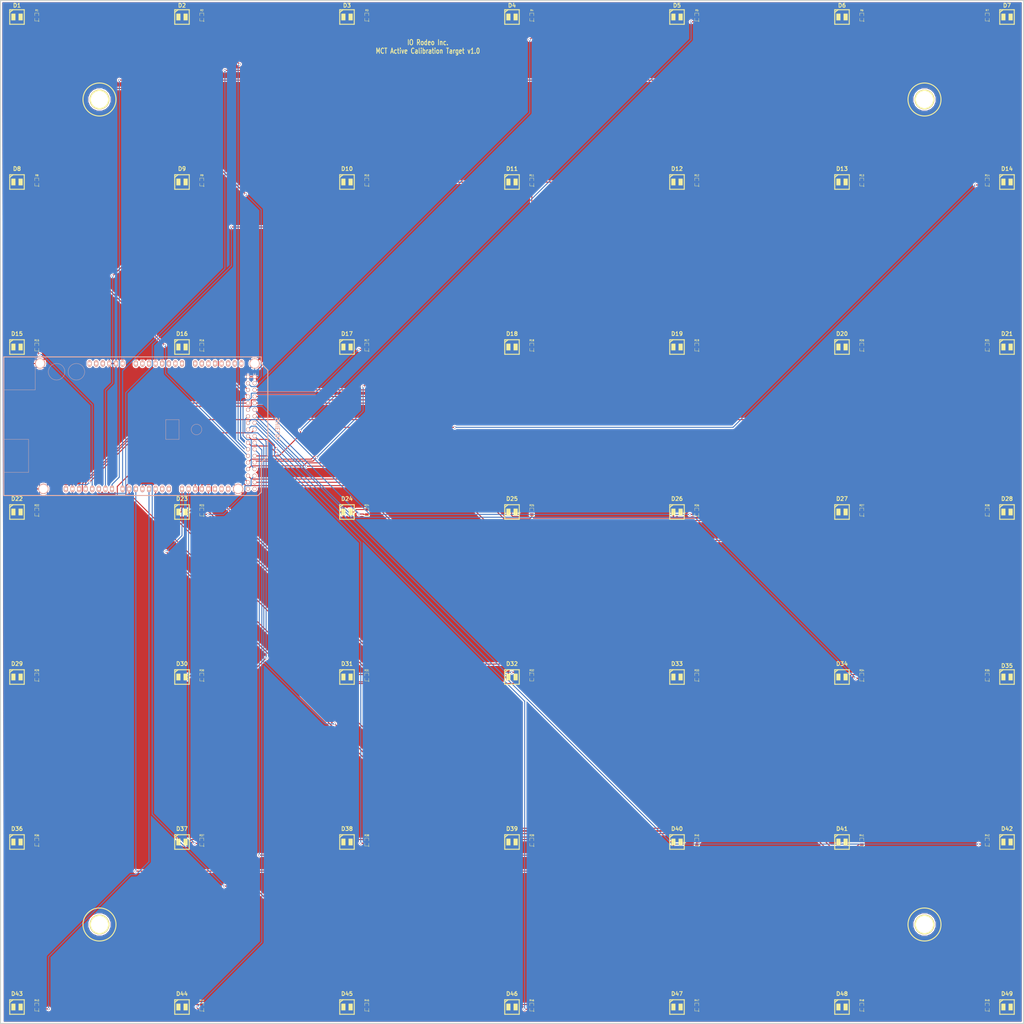
<source format=kicad_pcb>
(kicad_pcb (version 3) (host pcbnew "(2013-jul-07)-stable")
  (layers (15 Front signal) (0 Back signal) (18 B.Paste user) (19 F.Paste user) (20 B.SilkS user) (21 F.SilkS user) (22 B.Mask user) (23 F.Mask user) (28 Edge.Cuts user))
  (net 0 "")
  (net 1 /LED1)
  (net 2 /LED10)
  (net 3 /LED11)
  (net 4 /LED12)
  (net 5 /LED13)
  (net 6 /LED14)
  (net 7 /LED15)
  (net 8 /LED16)
  (net 9 /LED17)
  (net 10 /LED18)
  (net 11 /LED19)
  (net 12 /LED2)
  (net 13 /LED20)
  (net 14 /LED21)
  (net 15 /LED22)
  (net 16 /LED23)
  (net 17 /LED24)
  (net 18 /LED25)
  (net 19 /LED26)
  (net 20 /LED27)
  (net 21 /LED28)
  (net 22 /LED29)
  (net 23 /LED3)
  (net 24 /LED30)
  (net 25 /LED31)
  (net 26 /LED32)
  (net 27 /LED33)
  (net 28 /LED34)
  (net 29 /LED35)
  (net 30 /LED36)
  (net 31 /LED37)
  (net 32 /LED38)
  (net 33 /LED39)
  (net 34 /LED4)
  (net 35 /LED40)
  (net 36 /LED41)
  (net 37 /LED42)
  (net 38 /LED43)
  (net 39 /LED44)
  (net 40 /LED45)
  (net 41 /LED46)
  (net 42 /LED47)
  (net 43 /LED48)
  (net 44 /LED49)
  (net 45 /LED5)
  (net 46 /LED6)
  (net 47 /LED7)
  (net 48 /LED8)
  (net 49 /LED9)
  (net 50 GND)
  (net 51 N-000001)
  (net 52 N-000002)
  (net 53 N-000004)
  (net 54 N-000006)
  (net 55 N-000008)
  (net 56 N-000010)
  (net 57 N-000011)
  (net 58 N-000013)
  (net 59 N-000015)
  (net 60 N-000017)
  (net 61 N-000019)
  (net 62 N-000020)
  (net 63 N-000022)
  (net 64 N-000025)
  (net 65 N-000027)
  (net 66 N-000029)
  (net 67 N-000030)
  (net 68 N-000031)
  (net 69 N-000033)
  (net 70 N-000034)
  (net 71 N-000037)
  (net 72 N-000039)
  (net 73 N-000041)
  (net 74 N-000043)
  (net 75 N-000045)
  (net 76 N-000047)
  (net 77 N-000048)
  (net 78 N-000058)
  (net 79 N-000059)
  (net 80 N-000093)
  (net 81 N-000095)
  (net 82 N-000097)
  (net 83 N-000099)
  (net 84 N-000100)
  (net 85 N-000102)
  (net 86 N-000104)
  (net 87 N-000106)
  (net 88 N-000107)
  (net 89 N-000108)
  (net 90 N-000109)
  (net 91 N-000110)
  (net 92 N-000112)
  (net 93 N-000114)
  (net 94 N-000115)
  (net 95 N-000120)
  (net 96 N-000122)
  (net 97 N-000124)
  (net 98 N-000126)
  (net 99 N-000127)
  (module VSMG3700 (layer Front) (at 285.75 222.25)
    (fp_text reference D26 (at 0 -5.08) (layer F.SilkS) (effects (font (size 1.524 1.524) (thickness 0.3048))))
    (fp_text value LED hide)
    (pad 1 smd rect (at 1.397 0 270) (size 2.5908 1.6002) (layers Front F.Adhes F.Paste F.SilkS F.Mask) (net 53 N-000004))
    (pad 2 smd rect (at -1.397 0 270) (size 2.5908 1.6002) (layers Front F.Adhes F.Paste F.SilkS F.Mask) (net 50 GND))
  )
  (module VSMG3700 (layer Front) (at 349.25 222.25)
    (fp_text reference D27 (at 0 -5.08) (layer F.SilkS) (effects (font (size 1.524 1.524) (thickness 0.3048))))
    (fp_text value LED hide)
    (pad 1 smd rect (at 1.397 0 270) (size 2.5908 1.6002) (layers Front F.Adhes F.Paste F.SilkS F.Mask) (net 60 N-000017))
    (pad 2 smd rect (at -1.397 0 270) (size 2.5908 1.6002) (layers Front F.Adhes F.Paste F.SilkS F.Mask) (net 50 GND))
  )
  (module VSMG3700 (layer Front) (at 412.75 222.25)
    (fp_text reference D28 (at 0 -5.08) (layer F.SilkS) (effects (font (size 1.524 1.524) (thickness 0.3048))))
    (fp_text value LED hide)
    (pad 1 smd rect (at 1.397 0 270) (size 2.5908 1.6002) (layers Front F.Adhes F.Paste F.SilkS F.Mask) (net 52 N-000002))
    (pad 2 smd rect (at -1.397 0 270) (size 2.5908 1.6002) (layers Front F.Adhes F.Paste F.SilkS F.Mask) (net 50 GND))
  )
  (module VSMG3700 (layer Front) (at 31.75 285.75)
    (fp_text reference D29 (at 0 -5.08) (layer F.SilkS) (effects (font (size 1.524 1.524) (thickness 0.3048))))
    (fp_text value LED hide)
    (pad 1 smd rect (at 1.397 0 270) (size 2.5908 1.6002) (layers Front F.Adhes F.Paste F.SilkS F.Mask) (net 84 N-000100))
    (pad 2 smd rect (at -1.397 0 270) (size 2.5908 1.6002) (layers Front F.Adhes F.Paste F.SilkS F.Mask) (net 50 GND))
  )
  (module VSMG3700 (layer Front) (at 95.25 285.75)
    (fp_text reference D30 (at 0 -5.08) (layer F.SilkS) (effects (font (size 1.524 1.524) (thickness 0.3048))))
    (fp_text value LED hide)
    (pad 1 smd rect (at 1.397 0 270) (size 2.5908 1.6002) (layers Front F.Adhes F.Paste F.SilkS F.Mask) (net 62 N-000020))
    (pad 2 smd rect (at -1.397 0 270) (size 2.5908 1.6002) (layers Front F.Adhes F.Paste F.SilkS F.Mask) (net 50 GND))
  )
  (module VSMG3700 (layer Front) (at 158.75 285.75)
    (fp_text reference D31 (at 0 -5.08) (layer F.SilkS) (effects (font (size 1.524 1.524) (thickness 0.3048))))
    (fp_text value LED hide)
    (pad 1 smd rect (at 1.397 0 270) (size 2.5908 1.6002) (layers Front F.Adhes F.Paste F.SilkS F.Mask) (net 63 N-000022))
    (pad 2 smd rect (at -1.397 0 270) (size 2.5908 1.6002) (layers Front F.Adhes F.Paste F.SilkS F.Mask) (net 50 GND))
  )
  (module VSMG3700 (layer Front) (at 222.25 285.75)
    (fp_text reference D32 (at 0 -5.08) (layer F.SilkS) (effects (font (size 1.524 1.524) (thickness 0.3048))))
    (fp_text value LED hide)
    (pad 1 smd rect (at 1.397 0 270) (size 2.5908 1.6002) (layers Front F.Adhes F.Paste F.SilkS F.Mask) (net 61 N-000019))
    (pad 2 smd rect (at -1.397 0 270) (size 2.5908 1.6002) (layers Front F.Adhes F.Paste F.SilkS F.Mask) (net 50 GND))
  )
  (module VSMG3700 (layer Front) (at 285.75 285.75)
    (fp_text reference D33 (at 0 -5.08) (layer F.SilkS) (effects (font (size 1.524 1.524) (thickness 0.3048))))
    (fp_text value LED hide)
    (pad 1 smd rect (at 1.397 0 270) (size 2.5908 1.6002) (layers Front F.Adhes F.Paste F.SilkS F.Mask) (net 58 N-000013))
    (pad 2 smd rect (at -1.397 0 270) (size 2.5908 1.6002) (layers Front F.Adhes F.Paste F.SilkS F.Mask) (net 50 GND))
  )
  (module VSMG3700 (layer Front) (at 349.25 285.75)
    (fp_text reference D34 (at 0 -5.08) (layer F.SilkS) (effects (font (size 1.524 1.524) (thickness 0.3048))))
    (fp_text value LED hide)
    (pad 1 smd rect (at 1.397 0 270) (size 2.5908 1.6002) (layers Front F.Adhes F.Paste F.SilkS F.Mask) (net 54 N-000006))
    (pad 2 smd rect (at -1.397 0 270) (size 2.5908 1.6002) (layers Front F.Adhes F.Paste F.SilkS F.Mask) (net 50 GND))
  )
  (module VSMG3700 (layer Front) (at 412.75 285.75)
    (fp_text reference D35 (at 0 -4.318) (layer F.SilkS) (effects (font (size 1.524 1.524) (thickness 0.3048))))
    (fp_text value LED hide)
    (pad 1 smd rect (at 1.397 0 270) (size 2.5908 1.6002) (layers Front F.Adhes F.Paste F.SilkS F.Mask) (net 59 N-000015))
    (pad 2 smd rect (at -1.397 0 270) (size 2.5908 1.6002) (layers Front F.Adhes F.Paste F.SilkS F.Mask) (net 50 GND))
  )
  (module VSMG3700 (layer Front) (at 31.75 349.25)
    (fp_text reference D36 (at 0 -5.08) (layer F.SilkS) (effects (font (size 1.524 1.524) (thickness 0.3048))))
    (fp_text value LED hide)
    (pad 1 smd rect (at 1.397 0 270) (size 2.5908 1.6002) (layers Front F.Adhes F.Paste F.SilkS F.Mask) (net 68 N-000031))
    (pad 2 smd rect (at -1.397 0 270) (size 2.5908 1.6002) (layers Front F.Adhes F.Paste F.SilkS F.Mask) (net 50 GND))
  )
  (module VSMG3700 (layer Front) (at 95.25 349.25)
    (fp_text reference D37 (at 0 -5.08) (layer F.SilkS) (effects (font (size 1.524 1.524) (thickness 0.3048))))
    (fp_text value LED hide)
    (pad 1 smd rect (at 1.397 0 270) (size 2.5908 1.6002) (layers Front F.Adhes F.Paste F.SilkS F.Mask) (net 75 N-000045))
    (pad 2 smd rect (at -1.397 0 270) (size 2.5908 1.6002) (layers Front F.Adhes F.Paste F.SilkS F.Mask) (net 50 GND))
  )
  (module VSMG3700 (layer Front) (at 158.75 349.25)
    (fp_text reference D38 (at 0 -5.08) (layer F.SilkS) (effects (font (size 1.524 1.524) (thickness 0.3048))))
    (fp_text value LED hide)
    (pad 1 smd rect (at 1.397 0 270) (size 2.5908 1.6002) (layers Front F.Adhes F.Paste F.SilkS F.Mask) (net 67 N-000030))
    (pad 2 smd rect (at -1.397 0 270) (size 2.5908 1.6002) (layers Front F.Adhes F.Paste F.SilkS F.Mask) (net 50 GND))
  )
  (module VSMG3700 (layer Front) (at 222.25 349.25)
    (fp_text reference D39 (at 0 -5.08) (layer F.SilkS) (effects (font (size 1.524 1.524) (thickness 0.3048))))
    (fp_text value LED hide)
    (pad 1 smd rect (at 1.397 0 270) (size 2.5908 1.6002) (layers Front F.Adhes F.Paste F.SilkS F.Mask) (net 74 N-000043))
    (pad 2 smd rect (at -1.397 0 270) (size 2.5908 1.6002) (layers Front F.Adhes F.Paste F.SilkS F.Mask) (net 50 GND))
  )
  (module VSMG3700 (layer Front) (at 285.75 349.25)
    (fp_text reference D40 (at 0 -5.08) (layer F.SilkS) (effects (font (size 1.524 1.524) (thickness 0.3048))))
    (fp_text value LED hide)
    (pad 1 smd rect (at 1.397 0 270) (size 2.5908 1.6002) (layers Front F.Adhes F.Paste F.SilkS F.Mask) (net 96 N-000122))
    (pad 2 smd rect (at -1.397 0 270) (size 2.5908 1.6002) (layers Front F.Adhes F.Paste F.SilkS F.Mask) (net 50 GND))
  )
  (module VSMG3700 (layer Front) (at 349.25 349.25)
    (fp_text reference D41 (at 0 -5.08) (layer F.SilkS) (effects (font (size 1.524 1.524) (thickness 0.3048))))
    (fp_text value LED hide)
    (pad 1 smd rect (at 1.397 0 270) (size 2.5908 1.6002) (layers Front F.Adhes F.Paste F.SilkS F.Mask) (net 65 N-000027))
    (pad 2 smd rect (at -1.397 0 270) (size 2.5908 1.6002) (layers Front F.Adhes F.Paste F.SilkS F.Mask) (net 50 GND))
  )
  (module VSMG3700 (layer Front) (at 412.75 349.25)
    (fp_text reference D42 (at 0 -5.08) (layer F.SilkS) (effects (font (size 1.524 1.524) (thickness 0.3048))))
    (fp_text value LED hide)
    (pad 1 smd rect (at 1.397 0 270) (size 2.5908 1.6002) (layers Front F.Adhes F.Paste F.SilkS F.Mask) (net 97 N-000124))
    (pad 2 smd rect (at -1.397 0 270) (size 2.5908 1.6002) (layers Front F.Adhes F.Paste F.SilkS F.Mask) (net 50 GND))
  )
  (module VSMG3700 (layer Front) (at 31.75 412.75)
    (fp_text reference D43 (at 0 -5.08) (layer F.SilkS) (effects (font (size 1.524 1.524) (thickness 0.3048))))
    (fp_text value LED hide)
    (pad 1 smd rect (at 1.397 0 270) (size 2.5908 1.6002) (layers Front F.Adhes F.Paste F.SilkS F.Mask) (net 66 N-000029))
    (pad 2 smd rect (at -1.397 0 270) (size 2.5908 1.6002) (layers Front F.Adhes F.Paste F.SilkS F.Mask) (net 50 GND))
  )
  (module VSMG3700 (layer Front) (at 95.25 412.75)
    (fp_text reference D44 (at 0 -5.08) (layer F.SilkS) (effects (font (size 1.524 1.524) (thickness 0.3048))))
    (fp_text value LED hide)
    (pad 1 smd rect (at 1.397 0 270) (size 2.5908 1.6002) (layers Front F.Adhes F.Paste F.SilkS F.Mask) (net 98 N-000126))
    (pad 2 smd rect (at -1.397 0 270) (size 2.5908 1.6002) (layers Front F.Adhes F.Paste F.SilkS F.Mask) (net 50 GND))
  )
  (module VSMG3700 (layer Front) (at 158.75 412.75)
    (fp_text reference D45 (at 0 -5.08) (layer F.SilkS) (effects (font (size 1.524 1.524) (thickness 0.3048))))
    (fp_text value LED hide)
    (pad 1 smd rect (at 1.397 0 270) (size 2.5908 1.6002) (layers Front F.Adhes F.Paste F.SilkS F.Mask) (net 69 N-000033))
    (pad 2 smd rect (at -1.397 0 270) (size 2.5908 1.6002) (layers Front F.Adhes F.Paste F.SilkS F.Mask) (net 50 GND))
  )
  (module VSMG3700 (layer Front) (at 222.25 412.75)
    (fp_text reference D46 (at 0 -5.08) (layer F.SilkS) (effects (font (size 1.524 1.524) (thickness 0.3048))))
    (fp_text value LED hide)
    (pad 1 smd rect (at 1.397 0 270) (size 2.5908 1.6002) (layers Front F.Adhes F.Paste F.SilkS F.Mask) (net 99 N-000127))
    (pad 2 smd rect (at -1.397 0 270) (size 2.5908 1.6002) (layers Front F.Adhes F.Paste F.SilkS F.Mask) (net 50 GND))
  )
  (module VSMG3700 (layer Front) (at 285.75 412.75)
    (fp_text reference D47 (at 0 -5.08) (layer F.SilkS) (effects (font (size 1.524 1.524) (thickness 0.3048))))
    (fp_text value LED hide)
    (pad 1 smd rect (at 1.397 0 270) (size 2.5908 1.6002) (layers Front F.Adhes F.Paste F.SilkS F.Mask) (net 70 N-000034))
    (pad 2 smd rect (at -1.397 0 270) (size 2.5908 1.6002) (layers Front F.Adhes F.Paste F.SilkS F.Mask) (net 50 GND))
  )
  (module VSMG3700 (layer Front) (at 349.25 412.75)
    (fp_text reference D48 (at 0 -5.08) (layer F.SilkS) (effects (font (size 1.524 1.524) (thickness 0.3048))))
    (fp_text value LED hide)
    (pad 1 smd rect (at 1.397 0 270) (size 2.5908 1.6002) (layers Front F.Adhes F.Paste F.SilkS F.Mask) (net 95 N-000120))
    (pad 2 smd rect (at -1.397 0 270) (size 2.5908 1.6002) (layers Front F.Adhes F.Paste F.SilkS F.Mask) (net 50 GND))
  )
  (module VSMG3700 (layer Front) (at 412.75 412.75)
    (fp_text reference D49 (at 0 -5.08) (layer F.SilkS) (effects (font (size 1.524 1.524) (thickness 0.3048))))
    (fp_text value LED hide)
    (pad 1 smd rect (at 1.397 0 270) (size 2.5908 1.6002) (layers Front F.Adhes F.Paste F.SilkS F.Mask) (net 64 N-000025))
    (pad 2 smd rect (at -1.397 0 270) (size 2.5908 1.6002) (layers Front F.Adhes F.Paste F.SilkS F.Mask) (net 50 GND))
  )
  (module VSMG3700 (layer Front) (at 31.75 31.75)
    (fp_text reference D1 (at 0 -4.445) (layer F.SilkS) (effects (font (size 1.524 1.524) (thickness 0.3048))))
    (fp_text value LED hide)
    (pad 1 smd rect (at 1.397 0 270) (size 2.5908 1.6002) (layers Front F.Adhes F.Paste F.SilkS F.Mask) (net 79 N-000059))
    (pad 2 smd rect (at -1.397 0 270) (size 2.5908 1.6002) (layers Front F.Adhes F.Paste F.SilkS F.Mask) (net 50 GND))
  )
  (module VSMG3700 (layer Front) (at 95.25 31.75)
    (fp_text reference D2 (at 0 -4.445) (layer F.SilkS) (effects (font (size 1.524 1.524) (thickness 0.3048))))
    (fp_text value LED hide)
    (pad 1 smd rect (at 1.397 0 270) (size 2.5908 1.6002) (layers Front F.Adhes F.Paste F.SilkS F.Mask) (net 87 N-000106))
    (pad 2 smd rect (at -1.397 0 270) (size 2.5908 1.6002) (layers Front F.Adhes F.Paste F.SilkS F.Mask) (net 50 GND))
  )
  (module VSMG3700 (layer Front) (at 158.75 31.75)
    (fp_text reference D3 (at 0 -4.445) (layer F.SilkS) (effects (font (size 1.524 1.524) (thickness 0.3048))))
    (fp_text value LED hide)
    (pad 1 smd rect (at 1.397 0 270) (size 2.5908 1.6002) (layers Front F.Adhes F.Paste F.SilkS F.Mask) (net 76 N-000047))
    (pad 2 smd rect (at -1.397 0 270) (size 2.5908 1.6002) (layers Front F.Adhes F.Paste F.SilkS F.Mask) (net 50 GND))
  )
  (module VSMG3700 (layer Front) (at 222.25 31.75)
    (fp_text reference D4 (at 0 -4.445) (layer F.SilkS) (effects (font (size 1.524 1.524) (thickness 0.3048))))
    (fp_text value LED hide)
    (pad 1 smd rect (at 1.397 0 270) (size 2.5908 1.6002) (layers Front F.Adhes F.Paste F.SilkS F.Mask) (net 78 N-000058))
    (pad 2 smd rect (at -1.397 0 270) (size 2.5908 1.6002) (layers Front F.Adhes F.Paste F.SilkS F.Mask) (net 50 GND))
  )
  (module VSMG3700 (layer Front) (at 285.75 31.75)
    (fp_text reference D5 (at 0 -4.445) (layer F.SilkS) (effects (font (size 1.524 1.524) (thickness 0.3048))))
    (fp_text value LED hide)
    (pad 1 smd rect (at 1.397 0 270) (size 2.5908 1.6002) (layers Front F.Adhes F.Paste F.SilkS F.Mask) (net 80 N-000093))
    (pad 2 smd rect (at -1.397 0 270) (size 2.5908 1.6002) (layers Front F.Adhes F.Paste F.SilkS F.Mask) (net 50 GND))
  )
  (module VSMG3700 (layer Front) (at 349.25 31.75)
    (fp_text reference D6 (at 0 -4.445) (layer F.SilkS) (effects (font (size 1.524 1.524) (thickness 0.3048))))
    (fp_text value LED hide)
    (pad 1 smd rect (at 1.397 0 270) (size 2.5908 1.6002) (layers Front F.Adhes F.Paste F.SilkS F.Mask) (net 77 N-000048))
    (pad 2 smd rect (at -1.397 0 270) (size 2.5908 1.6002) (layers Front F.Adhes F.Paste F.SilkS F.Mask) (net 50 GND))
  )
  (module VSMG3700 (layer Front) (at 412.75 31.75)
    (fp_text reference D7 (at 0 -4.445) (layer F.SilkS) (effects (font (size 1.524 1.524) (thickness 0.3048))))
    (fp_text value LED hide)
    (pad 1 smd rect (at 1.397 0 270) (size 2.5908 1.6002) (layers Front F.Adhes F.Paste F.SilkS F.Mask) (net 90 N-000109))
    (pad 2 smd rect (at -1.397 0 270) (size 2.5908 1.6002) (layers Front F.Adhes F.Paste F.SilkS F.Mask) (net 50 GND))
  )
  (module VSMG3700 (layer Front) (at 31.75 95.25)
    (fp_text reference D8 (at 0 -5.08) (layer F.SilkS) (effects (font (size 1.524 1.524) (thickness 0.3048))))
    (fp_text value LED hide)
    (pad 1 smd rect (at 1.397 0 270) (size 2.5908 1.6002) (layers Front F.Adhes F.Paste F.SilkS F.Mask) (net 82 N-000097))
    (pad 2 smd rect (at -1.397 0 270) (size 2.5908 1.6002) (layers Front F.Adhes F.Paste F.SilkS F.Mask) (net 50 GND))
  )
  (module VSMG3700 (layer Front) (at 95.25 95.25)
    (fp_text reference D9 (at 0 -5.08) (layer F.SilkS) (effects (font (size 1.524 1.524) (thickness 0.3048))))
    (fp_text value LED hide)
    (pad 1 smd rect (at 1.397 0 270) (size 2.5908 1.6002) (layers Front F.Adhes F.Paste F.SilkS F.Mask) (net 72 N-000039))
    (pad 2 smd rect (at -1.397 0 270) (size 2.5908 1.6002) (layers Front F.Adhes F.Paste F.SilkS F.Mask) (net 50 GND))
  )
  (module VSMG3700 (layer Front) (at 158.75 95.25)
    (fp_text reference D10 (at 0 -5.08) (layer F.SilkS) (effects (font (size 1.524 1.524) (thickness 0.3048))))
    (fp_text value LED hide)
    (pad 1 smd rect (at 1.397 0 270) (size 2.5908 1.6002) (layers Front F.Adhes F.Paste F.SilkS F.Mask) (net 91 N-000110))
    (pad 2 smd rect (at -1.397 0 270) (size 2.5908 1.6002) (layers Front F.Adhes F.Paste F.SilkS F.Mask) (net 50 GND))
  )
  (module VSMG3700 (layer Front) (at 222.25 95.25)
    (fp_text reference D11 (at 0 -5.08) (layer F.SilkS) (effects (font (size 1.524 1.524) (thickness 0.3048))))
    (fp_text value LED hide)
    (pad 1 smd rect (at 1.397 0 270) (size 2.5908 1.6002) (layers Front F.Adhes F.Paste F.SilkS F.Mask) (net 81 N-000095))
    (pad 2 smd rect (at -1.397 0 270) (size 2.5908 1.6002) (layers Front F.Adhes F.Paste F.SilkS F.Mask) (net 50 GND))
  )
  (module VSMG3700 (layer Front) (at 285.75 95.25)
    (fp_text reference D12 (at 0 -5.08) (layer F.SilkS) (effects (font (size 1.524 1.524) (thickness 0.3048))))
    (fp_text value LED hide)
    (pad 1 smd rect (at 1.397 0 270) (size 2.5908 1.6002) (layers Front F.Adhes F.Paste F.SilkS F.Mask) (net 71 N-000037))
    (pad 2 smd rect (at -1.397 0 270) (size 2.5908 1.6002) (layers Front F.Adhes F.Paste F.SilkS F.Mask) (net 50 GND))
  )
  (module VSMG3700 (layer Front) (at 222.25 222.25)
    (fp_text reference D25 (at 0 -5.08) (layer F.SilkS) (effects (font (size 1.524 1.524) (thickness 0.3048))))
    (fp_text value LED hide)
    (pad 1 smd rect (at 1.397 0 270) (size 2.5908 1.6002) (layers Front F.Adhes F.Paste F.SilkS F.Mask) (net 85 N-000102))
    (pad 2 smd rect (at -1.397 0 270) (size 2.5908 1.6002) (layers Front F.Adhes F.Paste F.SilkS F.Mask) (net 50 GND))
  )
  (module VSMG3700 (layer Front) (at 158.75 222.25)
    (fp_text reference D24 (at 0 -5.08) (layer F.SilkS) (effects (font (size 1.524 1.524) (thickness 0.3048))))
    (fp_text value LED hide)
    (pad 1 smd rect (at 1.397 0 270) (size 2.5908 1.6002) (layers Front F.Adhes F.Paste F.SilkS F.Mask) (net 51 N-000001))
    (pad 2 smd rect (at -1.397 0 270) (size 2.5908 1.6002) (layers Front F.Adhes F.Paste F.SilkS F.Mask) (net 50 GND))
  )
  (module VSMG3700 (layer Front) (at 95.25 222.25)
    (fp_text reference D23 (at 0 -5.08) (layer F.SilkS) (effects (font (size 1.524 1.524) (thickness 0.3048))))
    (fp_text value LED hide)
    (pad 1 smd rect (at 1.397 0 270) (size 2.5908 1.6002) (layers Front F.Adhes F.Paste F.SilkS F.Mask) (net 86 N-000104))
    (pad 2 smd rect (at -1.397 0 270) (size 2.5908 1.6002) (layers Front F.Adhes F.Paste F.SilkS F.Mask) (net 50 GND))
  )
  (module VSMG3700 (layer Front) (at 31.75 222.25)
    (fp_text reference D22 (at 0 -5.08) (layer F.SilkS) (effects (font (size 1.524 1.524) (thickness 0.3048))))
    (fp_text value LED hide)
    (pad 1 smd rect (at 1.397 0 270) (size 2.5908 1.6002) (layers Front F.Adhes F.Paste F.SilkS F.Mask) (net 57 N-000011))
    (pad 2 smd rect (at -1.397 0 270) (size 2.5908 1.6002) (layers Front F.Adhes F.Paste F.SilkS F.Mask) (net 50 GND))
  )
  (module VSMG3700 (layer Front) (at 412.75 158.75)
    (fp_text reference D21 (at 0 -5.08) (layer F.SilkS) (effects (font (size 1.524 1.524) (thickness 0.3048))))
    (fp_text value LED hide)
    (pad 1 smd rect (at 1.397 0 270) (size 2.5908 1.6002) (layers Front F.Adhes F.Paste F.SilkS F.Mask) (net 73 N-000041))
    (pad 2 smd rect (at -1.397 0 270) (size 2.5908 1.6002) (layers Front F.Adhes F.Paste F.SilkS F.Mask) (net 50 GND))
  )
  (module VSMG3700 (layer Front) (at 349.25 158.75)
    (fp_text reference D20 (at 0 -5.08) (layer F.SilkS) (effects (font (size 1.524 1.524) (thickness 0.3048))))
    (fp_text value LED hide)
    (pad 1 smd rect (at 1.397 0 270) (size 2.5908 1.6002) (layers Front F.Adhes F.Paste F.SilkS F.Mask) (net 83 N-000099))
    (pad 2 smd rect (at -1.397 0 270) (size 2.5908 1.6002) (layers Front F.Adhes F.Paste F.SilkS F.Mask) (net 50 GND))
  )
  (module VSMG3700 (layer Front) (at 285.75 158.75)
    (fp_text reference D19 (at 0 -5.08) (layer F.SilkS) (effects (font (size 1.524 1.524) (thickness 0.3048))))
    (fp_text value LED hide)
    (pad 1 smd rect (at 1.397 0 270) (size 2.5908 1.6002) (layers Front F.Adhes F.Paste F.SilkS F.Mask) (net 89 N-000108))
    (pad 2 smd rect (at -1.397 0 270) (size 2.5908 1.6002) (layers Front F.Adhes F.Paste F.SilkS F.Mask) (net 50 GND))
  )
  (module VSMG3700 (layer Front) (at 222.25 158.75)
    (fp_text reference D18 (at 0 -5.08) (layer F.SilkS) (effects (font (size 1.524 1.524) (thickness 0.3048))))
    (fp_text value LED hide)
    (pad 1 smd rect (at 1.397 0 270) (size 2.5908 1.6002) (layers Front F.Adhes F.Paste F.SilkS F.Mask) (net 55 N-000008))
    (pad 2 smd rect (at -1.397 0 270) (size 2.5908 1.6002) (layers Front F.Adhes F.Paste F.SilkS F.Mask) (net 50 GND))
  )
  (module VSMG3700 (layer Front) (at 158.75 158.75)
    (fp_text reference D17 (at 0 -5.08) (layer F.SilkS) (effects (font (size 1.524 1.524) (thickness 0.3048))))
    (fp_text value LED hide)
    (pad 1 smd rect (at 1.397 0 270) (size 2.5908 1.6002) (layers Front F.Adhes F.Paste F.SilkS F.Mask) (net 92 N-000112))
    (pad 2 smd rect (at -1.397 0 270) (size 2.5908 1.6002) (layers Front F.Adhes F.Paste F.SilkS F.Mask) (net 50 GND))
  )
  (module VSMG3700 (layer Front) (at 95.25 158.75)
    (fp_text reference D16 (at 0 -5.08) (layer F.SilkS) (effects (font (size 1.524 1.524) (thickness 0.3048))))
    (fp_text value LED hide)
    (pad 1 smd rect (at 1.397 0 270) (size 2.5908 1.6002) (layers Front F.Adhes F.Paste F.SilkS F.Mask) (net 88 N-000107))
    (pad 2 smd rect (at -1.397 0 270) (size 2.5908 1.6002) (layers Front F.Adhes F.Paste F.SilkS F.Mask) (net 50 GND))
  )
  (module VSMG3700 (layer Front) (at 31.75 158.75)
    (fp_text reference D15 (at 0 -5.08) (layer F.SilkS) (effects (font (size 1.524 1.524) (thickness 0.3048))))
    (fp_text value LED hide)
    (pad 1 smd rect (at 1.397 0 270) (size 2.5908 1.6002) (layers Front F.Adhes F.Paste F.SilkS F.Mask) (net 56 N-000010))
    (pad 2 smd rect (at -1.397 0 270) (size 2.5908 1.6002) (layers Front F.Adhes F.Paste F.SilkS F.Mask) (net 50 GND))
  )
  (module VSMG3700 (layer Front) (at 412.75 95.25)
    (fp_text reference D14 (at 0 -5.08) (layer F.SilkS) (effects (font (size 1.524 1.524) (thickness 0.3048))))
    (fp_text value LED hide)
    (pad 1 smd rect (at 1.397 0 270) (size 2.5908 1.6002) (layers Front F.Adhes F.Paste F.SilkS F.Mask) (net 93 N-000114))
    (pad 2 smd rect (at -1.397 0 270) (size 2.5908 1.6002) (layers Front F.Adhes F.Paste F.SilkS F.Mask) (net 50 GND))
  )
  (module VSMG3700 (layer Front) (at 349.25 95.25)
    (fp_text reference D13 (at 0 -5.08) (layer F.SilkS) (effects (font (size 1.524 1.524) (thickness 0.3048))))
    (fp_text value LED hide)
    (pad 1 smd rect (at 1.397 0 270) (size 2.5908 1.6002) (layers Front F.Adhes F.Paste F.SilkS F.Mask) (net 94 N-000115))
    (pad 2 smd rect (at -1.397 0 270) (size 2.5908 1.6002) (layers Front F.Adhes F.Paste F.SilkS F.Mask) (net 50 GND))
  )
  (module SM0805 (layer Front) (at 102.87 349.25 90)
    (fp_text reference R37 (at 2.54 0 180) (layer F.SilkS) (effects (font (size 0.635 0.635) (thickness 0.127))))
    (fp_text value R hide)
    (pad 1 smd rect (at -0.9525 0 90) (size 0.889 1.397) (layers Front F.Paste F.Mask) (net 30 /LED36))
    (pad 2 smd rect (at 0.9525 0 90) (size 0.889 1.397) (layers Front F.Paste F.Mask) (net 75 N-000045))
  )
  (module SM0805 (layer Front) (at 39.37 349.25 90)
    (fp_text reference R36 (at 2.54 0 180) (layer F.SilkS) (effects (font (size 0.635 0.635) (thickness 0.127))))
    (fp_text value R hide)
    (pad 1 smd rect (at -0.9525 0 90) (size 0.889 1.397) (layers Front F.Paste F.Mask) (net 7 /LED15))
    (pad 2 smd rect (at 0.9525 0 90) (size 0.889 1.397) (layers Front F.Paste F.Mask) (net 68 N-000031))
  )
  (module SM0805 (layer Front) (at 405.13 285.75 90)
    (fp_text reference R35 (at 2.54 0 180) (layer F.SilkS) (effects (font (size 0.635 0.635) (thickness 0.127))))
    (fp_text value R hide)
    (pad 1 smd rect (at -0.9525 0 90) (size 0.889 1.397) (layers Front F.Paste F.Mask) (net 29 /LED35))
    (pad 2 smd rect (at 0.9525 0 90) (size 0.889 1.397) (layers Front F.Paste F.Mask) (net 59 N-000015))
  )
  (module SM0805 (layer Front) (at 356.87 285.75 90)
    (fp_text reference R34 (at 2.54 0 180) (layer F.SilkS) (effects (font (size 0.635 0.635) (thickness 0.127))))
    (fp_text value R hide)
    (pad 1 smd rect (at -0.9525 0 90) (size 0.889 1.397) (layers Front F.Paste F.Mask) (net 6 /LED14))
    (pad 2 smd rect (at 0.9525 0 90) (size 0.889 1.397) (layers Front F.Paste F.Mask) (net 54 N-000006))
  )
  (module SM0805 (layer Front) (at 293.37 285.75 90)
    (fp_text reference R33 (at 2.54 0 180) (layer F.SilkS) (effects (font (size 0.635 0.635) (thickness 0.127))))
    (fp_text value R hide)
    (pad 1 smd rect (at -0.9525 0 90) (size 0.889 1.397) (layers Front F.Paste F.Mask) (net 28 /LED34))
    (pad 2 smd rect (at 0.9525 0 90) (size 0.889 1.397) (layers Front F.Paste F.Mask) (net 58 N-000013))
  )
  (module SM0805 (layer Front) (at 229.87 285.75 270)
    (fp_text reference R32 (at -2.54 0 360) (layer F.SilkS) (effects (font (size 0.635 0.635) (thickness 0.127))))
    (fp_text value R hide)
    (pad 1 smd rect (at -0.9525 0 270) (size 0.889 1.397) (layers Front F.Paste F.Mask) (net 5 /LED13))
    (pad 2 smd rect (at 0.9525 0 270) (size 0.889 1.397) (layers Front F.Paste F.Mask) (net 61 N-000019))
  )
  (module SM0805 (layer Front) (at 166.37 285.75 90)
    (fp_text reference R31 (at 2.54 0 180) (layer F.SilkS) (effects (font (size 0.635 0.635) (thickness 0.127))))
    (fp_text value R hide)
    (pad 1 smd rect (at -0.9525 0 90) (size 0.889 1.397) (layers Front F.Paste F.Mask) (net 27 /LED33))
    (pad 2 smd rect (at 0.9525 0 90) (size 0.889 1.397) (layers Front F.Paste F.Mask) (net 63 N-000022))
  )
  (module SM0805 (layer Front) (at 102.87 285.75 90)
    (fp_text reference R30 (at 2.54 0 180) (layer F.SilkS) (effects (font (size 0.635 0.635) (thickness 0.127))))
    (fp_text value R hide)
    (pad 1 smd rect (at -0.9525 0 90) (size 0.889 1.397) (layers Front F.Paste F.Mask) (net 4 /LED12))
    (pad 2 smd rect (at 0.9525 0 90) (size 0.889 1.397) (layers Front F.Paste F.Mask) (net 62 N-000020))
  )
  (module SM0805 (layer Front) (at 39.37 285.75 90)
    (fp_text reference R29 (at 2.54 0 180) (layer F.SilkS) (effects (font (size 0.635 0.635) (thickness 0.127))))
    (fp_text value R hide)
    (pad 1 smd rect (at -0.9525 0 90) (size 0.889 1.397) (layers Front F.Paste F.Mask) (net 26 /LED32))
    (pad 2 smd rect (at 0.9525 0 90) (size 0.889 1.397) (layers Front F.Paste F.Mask) (net 84 N-000100))
  )
  (module SM0805 (layer Front) (at 405.13 222.25 90)
    (fp_text reference R28 (at 2.54 0 180) (layer F.SilkS) (effects (font (size 0.635 0.635) (thickness 0.127))))
    (fp_text value R hide)
    (pad 1 smd rect (at -0.9525 0 90) (size 0.889 1.397) (layers Front F.Paste F.Mask) (net 3 /LED11))
    (pad 2 smd rect (at 0.9525 0 90) (size 0.889 1.397) (layers Front F.Paste F.Mask) (net 52 N-000002))
  )
  (module SM0805 (layer Front) (at 356.87 222.25 90)
    (fp_text reference R27 (at 2.54 0 180) (layer F.SilkS) (effects (font (size 0.635 0.635) (thickness 0.127))))
    (fp_text value R hide)
    (pad 1 smd rect (at -0.9525 0 90) (size 0.889 1.397) (layers Front F.Paste F.Mask) (net 25 /LED31))
    (pad 2 smd rect (at 0.9525 0 90) (size 0.889 1.397) (layers Front F.Paste F.Mask) (net 60 N-000017))
  )
  (module SM0805 (layer Front) (at 293.37 222.25 90)
    (fp_text reference R26 (at 2.54 0 180) (layer F.SilkS) (effects (font (size 0.635 0.635) (thickness 0.127))))
    (fp_text value R hide)
    (pad 1 smd rect (at -0.9525 0 90) (size 0.889 1.397) (layers Front F.Paste F.Mask) (net 2 /LED10))
    (pad 2 smd rect (at 0.9525 0 90) (size 0.889 1.397) (layers Front F.Paste F.Mask) (net 53 N-000004))
  )
  (module SM0805 (layer Front) (at 166.37 349.25 90)
    (fp_text reference R38 (at 2.54 0 180) (layer F.SilkS) (effects (font (size 0.635 0.635) (thickness 0.127))))
    (fp_text value R hide)
    (pad 1 smd rect (at -0.9525 0 90) (size 0.889 1.397) (layers Front F.Paste F.Mask) (net 8 /LED16))
    (pad 2 smd rect (at 0.9525 0 90) (size 0.889 1.397) (layers Front F.Paste F.Mask) (net 67 N-000030))
  )
  (module SM0805 (layer Front) (at 229.87 349.25 90)
    (fp_text reference R39 (at 2.54 0 180) (layer F.SilkS) (effects (font (size 0.635 0.635) (thickness 0.127))))
    (fp_text value R hide)
    (pad 1 smd rect (at -0.9525 0 90) (size 0.889 1.397) (layers Front F.Paste F.Mask) (net 31 /LED37))
    (pad 2 smd rect (at 0.9525 0 90) (size 0.889 1.397) (layers Front F.Paste F.Mask) (net 74 N-000043))
  )
  (module SM0805 (layer Front) (at 293.37 349.25 90)
    (fp_text reference R40 (at 2.54 0 180) (layer F.SilkS) (effects (font (size 0.635 0.635) (thickness 0.127))))
    (fp_text value R hide)
    (pad 1 smd rect (at -0.9525 0 90) (size 0.889 1.397) (layers Front F.Paste F.Mask) (net 9 /LED17))
    (pad 2 smd rect (at 0.9525 0 90) (size 0.889 1.397) (layers Front F.Paste F.Mask) (net 96 N-000122))
  )
  (module SM0805 (layer Front) (at 356.87 349.25 90)
    (fp_text reference R41 (at 2.54 0 180) (layer F.SilkS) (effects (font (size 0.635 0.635) (thickness 0.127))))
    (fp_text value R hide)
    (pad 1 smd rect (at -0.9525 0 90) (size 0.889 1.397) (layers Front F.Paste F.Mask) (net 32 /LED38))
    (pad 2 smd rect (at 0.9525 0 90) (size 0.889 1.397) (layers Front F.Paste F.Mask) (net 65 N-000027))
  )
  (module SM0805 (layer Front) (at 405.13 349.25 90)
    (fp_text reference R42 (at 2.54 0 180) (layer F.SilkS) (effects (font (size 0.635 0.635) (thickness 0.127))))
    (fp_text value R hide)
    (pad 1 smd rect (at -0.9525 0 90) (size 0.889 1.397) (layers Front F.Paste F.Mask) (net 10 /LED18))
    (pad 2 smd rect (at 0.9525 0 90) (size 0.889 1.397) (layers Front F.Paste F.Mask) (net 97 N-000124))
  )
  (module SM0805 (layer Front) (at 39.37 412.75 90)
    (fp_text reference R43 (at 2.54 0 180) (layer F.SilkS) (effects (font (size 0.635 0.635) (thickness 0.127))))
    (fp_text value R hide)
    (pad 1 smd rect (at -0.9525 0 90) (size 0.889 1.397) (layers Front F.Paste F.Mask) (net 33 /LED39))
    (pad 2 smd rect (at 0.9525 0 90) (size 0.889 1.397) (layers Front F.Paste F.Mask) (net 66 N-000029))
  )
  (module SM0805 (layer Front) (at 102.87 412.75 90)
    (fp_text reference R44 (at 2.54 0 180) (layer F.SilkS) (effects (font (size 0.635 0.635) (thickness 0.127))))
    (fp_text value R hide)
    (pad 1 smd rect (at -0.9525 0 90) (size 0.889 1.397) (layers Front F.Paste F.Mask) (net 11 /LED19))
    (pad 2 smd rect (at 0.9525 0 90) (size 0.889 1.397) (layers Front F.Paste F.Mask) (net 98 N-000126))
  )
  (module SM0805 (layer Front) (at 166.37 412.75 90)
    (fp_text reference R45 (at 2.54 0 180) (layer F.SilkS) (effects (font (size 0.635 0.635) (thickness 0.127))))
    (fp_text value R hide)
    (pad 1 smd rect (at -0.9525 0 90) (size 0.889 1.397) (layers Front F.Paste F.Mask) (net 35 /LED40))
    (pad 2 smd rect (at 0.9525 0 90) (size 0.889 1.397) (layers Front F.Paste F.Mask) (net 69 N-000033))
  )
  (module SM0805 (layer Front) (at 229.87 412.75 90)
    (fp_text reference R46 (at 2.54 0 180) (layer F.SilkS) (effects (font (size 0.635 0.635) (thickness 0.127))))
    (fp_text value R hide)
    (pad 1 smd rect (at -0.9525 0 90) (size 0.889 1.397) (layers Front F.Paste F.Mask) (net 13 /LED20))
    (pad 2 smd rect (at 0.9525 0 90) (size 0.889 1.397) (layers Front F.Paste F.Mask) (net 99 N-000127))
  )
  (module SM0805 (layer Front) (at 293.37 412.75 90)
    (fp_text reference R47 (at 2.54 0 180) (layer F.SilkS) (effects (font (size 0.635 0.635) (thickness 0.127))))
    (fp_text value R hide)
    (pad 1 smd rect (at -0.9525 0 90) (size 0.889 1.397) (layers Front F.Paste F.Mask) (net 36 /LED41))
    (pad 2 smd rect (at 0.9525 0 90) (size 0.889 1.397) (layers Front F.Paste F.Mask) (net 70 N-000034))
  )
  (module SM0805 (layer Front) (at 356.87 412.75 90)
    (fp_text reference R48 (at 2.54 0 180) (layer F.SilkS) (effects (font (size 0.635 0.635) (thickness 0.127))))
    (fp_text value R hide)
    (pad 1 smd rect (at -0.9525 0 90) (size 0.889 1.397) (layers Front F.Paste F.Mask) (net 14 /LED21))
    (pad 2 smd rect (at 0.9525 0 90) (size 0.889 1.397) (layers Front F.Paste F.Mask) (net 95 N-000120))
  )
  (module SM0805 (layer Front) (at 405.13 412.75 90)
    (fp_text reference R49 (at 2.54 0 180) (layer F.SilkS) (effects (font (size 0.635 0.635) (thickness 0.127))))
    (fp_text value R hide)
    (pad 1 smd rect (at -0.9525 0 90) (size 0.889 1.397) (layers Front F.Paste F.Mask) (net 37 /LED42))
    (pad 2 smd rect (at 0.9525 0 90) (size 0.889 1.397) (layers Front F.Paste F.Mask) (net 64 N-000025))
  )
  (module SM0805 (layer Front) (at 39.37 31.75 90)
    (fp_text reference R1 (at 2.54 0 180) (layer F.SilkS) (effects (font (size 0.635 0.635) (thickness 0.127))))
    (fp_text value R hide)
    (pad 1 smd rect (at -0.9525 0 90) (size 0.889 1.397) (layers Front F.Paste F.Mask) (net 1 /LED1))
    (pad 2 smd rect (at 0.9525 0 90) (size 0.889 1.397) (layers Front F.Paste F.Mask) (net 79 N-000059))
  )
  (module SM0805 (layer Front) (at 102.87 31.75 90)
    (fp_text reference R2 (at 2.54 0 180) (layer F.SilkS) (effects (font (size 0.635 0.635) (thickness 0.127))))
    (fp_text value R hide)
    (pad 1 smd rect (at -0.9525 0 90) (size 0.889 1.397) (layers Front F.Paste F.Mask) (net 15 /LED22))
    (pad 2 smd rect (at 0.9525 0 90) (size 0.889 1.397) (layers Front F.Paste F.Mask) (net 87 N-000106))
  )
  (module SM0805 (layer Front) (at 166.37 31.75 90)
    (fp_text reference R3 (at 2.54 0 180) (layer F.SilkS) (effects (font (size 0.635 0.635) (thickness 0.127))))
    (fp_text value R hide)
    (pad 1 smd rect (at -0.9525 0 90) (size 0.889 1.397) (layers Front F.Paste F.Mask) (net 38 /LED43))
    (pad 2 smd rect (at 0.9525 0 90) (size 0.889 1.397) (layers Front F.Paste F.Mask) (net 76 N-000047))
  )
  (module SM0805 (layer Front) (at 229.87 31.75 90)
    (fp_text reference R4 (at 2.54 0 180) (layer F.SilkS) (effects (font (size 0.635 0.635) (thickness 0.127))))
    (fp_text value R hide)
    (pad 1 smd rect (at -0.9525 0 90) (size 0.889 1.397) (layers Front F.Paste F.Mask) (net 12 /LED2))
    (pad 2 smd rect (at 0.9525 0 90) (size 0.889 1.397) (layers Front F.Paste F.Mask) (net 78 N-000058))
  )
  (module SM0805 (layer Front) (at 293.37 31.75 90)
    (fp_text reference R5 (at 2.54 0 180) (layer F.SilkS) (effects (font (size 0.635 0.635) (thickness 0.127))))
    (fp_text value R hide)
    (pad 1 smd rect (at -0.9525 0 90) (size 0.889 1.397) (layers Front F.Paste F.Mask) (net 16 /LED23))
    (pad 2 smd rect (at 0.9525 0 90) (size 0.889 1.397) (layers Front F.Paste F.Mask) (net 80 N-000093))
  )
  (module SM0805 (layer Front) (at 356.87 31.75 90)
    (fp_text reference R6 (at 2.54 0 180) (layer F.SilkS) (effects (font (size 0.635 0.635) (thickness 0.127))))
    (fp_text value R hide)
    (pad 1 smd rect (at -0.9525 0 90) (size 0.889 1.397) (layers Front F.Paste F.Mask) (net 39 /LED44))
    (pad 2 smd rect (at 0.9525 0 90) (size 0.889 1.397) (layers Front F.Paste F.Mask) (net 77 N-000048))
  )
  (module SM0805 (layer Front) (at 405.13 31.75 90)
    (fp_text reference R7 (at 2.54 0 180) (layer F.SilkS) (effects (font (size 0.635 0.635) (thickness 0.127))))
    (fp_text value R hide)
    (pad 1 smd rect (at -0.9525 0 90) (size 0.889 1.397) (layers Front F.Paste F.Mask) (net 23 /LED3))
    (pad 2 smd rect (at 0.9525 0 90) (size 0.889 1.397) (layers Front F.Paste F.Mask) (net 90 N-000109))
  )
  (module SM0805 (layer Front) (at 39.37 95.25 90)
    (fp_text reference R8 (at 2.54 0 180) (layer F.SilkS) (effects (font (size 0.635 0.635) (thickness 0.127))))
    (fp_text value R hide)
    (pad 1 smd rect (at -0.9525 0 90) (size 0.889 1.397) (layers Front F.Paste F.Mask) (net 17 /LED24))
    (pad 2 smd rect (at 0.9525 0 90) (size 0.889 1.397) (layers Front F.Paste F.Mask) (net 82 N-000097))
  )
  (module SM0805 (layer Front) (at 102.87 95.25 90)
    (fp_text reference R9 (at 2.54 0 180) (layer F.SilkS) (effects (font (size 0.635 0.635) (thickness 0.127))))
    (fp_text value R hide)
    (pad 1 smd rect (at -0.9525 0 90) (size 0.889 1.397) (layers Front F.Paste F.Mask) (net 40 /LED45))
    (pad 2 smd rect (at 0.9525 0 90) (size 0.889 1.397) (layers Front F.Paste F.Mask) (net 72 N-000039))
  )
  (module SM0805 (layer Front) (at 166.37 95.25 90)
    (fp_text reference R10 (at 2.54 0 180) (layer F.SilkS) (effects (font (size 0.635 0.635) (thickness 0.127))))
    (fp_text value R hide)
    (pad 1 smd rect (at -0.9525 0 90) (size 0.889 1.397) (layers Front F.Paste F.Mask) (net 34 /LED4))
    (pad 2 smd rect (at 0.9525 0 90) (size 0.889 1.397) (layers Front F.Paste F.Mask) (net 91 N-000110))
  )
  (module SM0805 (layer Front) (at 229.87 95.25 90)
    (fp_text reference R11 (at 2.54 0 180) (layer F.SilkS) (effects (font (size 0.635 0.635) (thickness 0.127))))
    (fp_text value R hide)
    (pad 1 smd rect (at -0.9525 0 90) (size 0.889 1.397) (layers Front F.Paste F.Mask) (net 18 /LED25))
    (pad 2 smd rect (at 0.9525 0 90) (size 0.889 1.397) (layers Front F.Paste F.Mask) (net 81 N-000095))
  )
  (module SM0805 (layer Front) (at 293.37 95.25 90)
    (fp_text reference R12 (at 2.54 0 180) (layer F.SilkS) (effects (font (size 0.635 0.635) (thickness 0.127))))
    (fp_text value R hide)
    (pad 1 smd rect (at -0.9525 0 90) (size 0.889 1.397) (layers Front F.Paste F.Mask) (net 41 /LED46))
    (pad 2 smd rect (at 0.9525 0 90) (size 0.889 1.397) (layers Front F.Paste F.Mask) (net 71 N-000037))
  )
  (module SM0805 (layer Front) (at 356.87 95.25 90)
    (fp_text reference R13 (at 2.54 0 180) (layer F.SilkS) (effects (font (size 0.635 0.635) (thickness 0.127))))
    (fp_text value R hide)
    (pad 1 smd rect (at -0.9525 0 90) (size 0.889 1.397) (layers Front F.Paste F.Mask) (net 45 /LED5))
    (pad 2 smd rect (at 0.9525 0 90) (size 0.889 1.397) (layers Front F.Paste F.Mask) (net 94 N-000115))
  )
  (module SM0805 (layer Front) (at 405.13 95.25 90)
    (fp_text reference R14 (at 2.54 0 180) (layer F.SilkS) (effects (font (size 0.635 0.635) (thickness 0.127))))
    (fp_text value R hide)
    (pad 1 smd rect (at -0.9525 0 90) (size 0.889 1.397) (layers Front F.Paste F.Mask) (net 19 /LED26))
    (pad 2 smd rect (at 0.9525 0 90) (size 0.889 1.397) (layers Front F.Paste F.Mask) (net 93 N-000114))
  )
  (module SM0805 (layer Front) (at 39.37 158.75 90)
    (fp_text reference R15 (at 2.54 0 180) (layer F.SilkS) (effects (font (size 0.635 0.635) (thickness 0.127))))
    (fp_text value R hide)
    (pad 1 smd rect (at -0.9525 0 90) (size 0.889 1.397) (layers Front F.Paste F.Mask) (net 42 /LED47))
    (pad 2 smd rect (at 0.9525 0 90) (size 0.889 1.397) (layers Front F.Paste F.Mask) (net 56 N-000010))
  )
  (module SM0805 (layer Front) (at 102.87 158.75 90)
    (fp_text reference R16 (at 2.54 0 180) (layer F.SilkS) (effects (font (size 0.635 0.635) (thickness 0.127))))
    (fp_text value R hide)
    (pad 1 smd rect (at -0.9525 0 90) (size 0.889 1.397) (layers Front F.Paste F.Mask) (net 46 /LED6))
    (pad 2 smd rect (at 0.9525 0 90) (size 0.889 1.397) (layers Front F.Paste F.Mask) (net 88 N-000107))
  )
  (module SM0805 (layer Front) (at 166.37 158.75 90)
    (fp_text reference R17 (at 2.54 0 180) (layer F.SilkS) (effects (font (size 0.635 0.635) (thickness 0.127))))
    (fp_text value R hide)
    (pad 1 smd rect (at -0.9525 0 90) (size 0.889 1.397) (layers Front F.Paste F.Mask) (net 20 /LED27))
    (pad 2 smd rect (at 0.9525 0 90) (size 0.889 1.397) (layers Front F.Paste F.Mask) (net 92 N-000112))
  )
  (module SM0805 (layer Front) (at 229.87 158.75 90)
    (fp_text reference R18 (at 2.54 0 180) (layer F.SilkS) (effects (font (size 0.635 0.635) (thickness 0.127))))
    (fp_text value R hide)
    (pad 1 smd rect (at -0.9525 0 90) (size 0.889 1.397) (layers Front F.Paste F.Mask) (net 43 /LED48))
    (pad 2 smd rect (at 0.9525 0 90) (size 0.889 1.397) (layers Front F.Paste F.Mask) (net 55 N-000008))
  )
  (module SM0805 (layer Front) (at 293.37 158.75 90)
    (fp_text reference R19 (at 2.54 0 180) (layer F.SilkS) (effects (font (size 0.635 0.635) (thickness 0.127))))
    (fp_text value R hide)
    (pad 1 smd rect (at -0.9525 0 90) (size 0.889 1.397) (layers Front F.Paste F.Mask) (net 47 /LED7))
    (pad 2 smd rect (at 0.9525 0 90) (size 0.889 1.397) (layers Front F.Paste F.Mask) (net 89 N-000108))
  )
  (module SM0805 (layer Front) (at 356.87 158.75 90)
    (fp_text reference R20 (at 2.54 0 180) (layer F.SilkS) (effects (font (size 0.635 0.635) (thickness 0.127))))
    (fp_text value R hide)
    (pad 1 smd rect (at -0.9525 0 90) (size 0.889 1.397) (layers Front F.Paste F.Mask) (net 21 /LED28))
    (pad 2 smd rect (at 0.9525 0 90) (size 0.889 1.397) (layers Front F.Paste F.Mask) (net 83 N-000099))
  )
  (module SM0805 (layer Front) (at 405.13 158.75 90)
    (fp_text reference R21 (at 2.54 0 180) (layer F.SilkS) (effects (font (size 0.635 0.635) (thickness 0.127))))
    (fp_text value R hide)
    (pad 1 smd rect (at -0.9525 0 90) (size 0.889 1.397) (layers Front F.Paste F.Mask) (net 44 /LED49))
    (pad 2 smd rect (at 0.9525 0 90) (size 0.889 1.397) (layers Front F.Paste F.Mask) (net 73 N-000041))
  )
  (module SM0805 (layer Front) (at 39.37 222.25 90)
    (fp_text reference R22 (at 2.54 0 180) (layer F.SilkS) (effects (font (size 0.635 0.635) (thickness 0.127))))
    (fp_text value R hide)
    (pad 1 smd rect (at -0.9525 0 90) (size 0.889 1.397) (layers Front F.Paste F.Mask) (net 48 /LED8))
    (pad 2 smd rect (at 0.9525 0 90) (size 0.889 1.397) (layers Front F.Paste F.Mask) (net 57 N-000011))
  )
  (module SM0805 (layer Front) (at 102.87 222.25 90)
    (fp_text reference R23 (at 2.54 0 180) (layer F.SilkS) (effects (font (size 0.635 0.635) (thickness 0.127))))
    (fp_text value R hide)
    (pad 1 smd rect (at -0.9525 0 90) (size 0.889 1.397) (layers Front F.Paste F.Mask) (net 22 /LED29))
    (pad 2 smd rect (at 0.9525 0 90) (size 0.889 1.397) (layers Front F.Paste F.Mask) (net 86 N-000104))
  )
  (module SM0805 (layer Front) (at 166.37 222.25 90)
    (fp_text reference R24 (at 2.54 0 180) (layer F.SilkS) (effects (font (size 0.635 0.635) (thickness 0.127))))
    (fp_text value R hide)
    (pad 1 smd rect (at -0.9525 0 90) (size 0.889 1.397) (layers Front F.Paste F.Mask) (net 49 /LED9))
    (pad 2 smd rect (at 0.9525 0 90) (size 0.889 1.397) (layers Front F.Paste F.Mask) (net 51 N-000001))
  )
  (module SM0805 (layer Front) (at 229.87 222.25 90)
    (fp_text reference R25 (at 2.54 0 180) (layer F.SilkS) (effects (font (size 0.635 0.635) (thickness 0.127))))
    (fp_text value R hide)
    (pad 1 smd rect (at -0.9525 0 90) (size 0.889 1.397) (layers Front F.Paste F.Mask) (net 24 /LED30))
    (pad 2 smd rect (at 0.9525 0 90) (size 0.889 1.397) (layers Front F.Paste F.Mask) (net 85 N-000102))
  )
  (module ARDUINO_MEGA_SHIELD_040pins (layer Back) (at 26.67 162.56)
    (fp_text reference SHIELD1 (at 105.41 27.94 270) (layer B.SilkS) (effects (font (size 1.524 1.524) (thickness 0.3048)) (justify mirror)))
    (fp_text value ARDUINO_MEGA_SHIELD hide)
    (pad 14 thru_hole oval (at 68.58 50.8 270) (size 2.54 1.524) (drill 1.016) (layers *.Cu *.Mask B.SilkS) (net 31 /LED37))
    (pad 15 thru_hole oval (at 71.12 50.8 270) (size 2.54 1.524) (drill 1.016) (layers *.Cu *.Mask B.SilkS) (net 30 /LED36))
    (pad 16 thru_hole oval (at 73.66 50.8 270) (size 2.54 1.524) (drill 1.016) (layers *.Cu *.Mask B.SilkS) (net 29 /LED35))
    (pad 17 thru_hole oval (at 76.2 50.8 270) (size 2.54 1.524) (drill 1.016) (layers *.Cu *.Mask B.SilkS) (net 28 /LED34))
    (pad 18 thru_hole oval (at 78.74 50.8 270) (size 2.54 1.524) (drill 1.016) (layers *.Cu *.Mask B.SilkS) (net 27 /LED33))
    (pad 19 thru_hole oval (at 81.28 50.8 270) (size 2.54 1.524) (drill 1.016) (layers *.Cu *.Mask B.SilkS))
    (pad 20 thru_hole oval (at 83.82 50.8 270) (size 2.54 1.524) (drill 1.016) (layers *.Cu *.Mask B.SilkS))
    (pad 21 thru_hole oval (at 86.36 50.8 270) (size 2.54 1.524) (drill 1.016) (layers *.Cu *.Mask B.SilkS))
    (pad AD15 thru_hole oval (at 91.44 2.54 270) (size 2.54 1.524) (drill 1.016) (layers *.Cu *.Mask B.SilkS))
    (pad AD14 thru_hole oval (at 88.9 2.54 270) (size 2.54 1.524) (drill 1.016) (layers *.Cu *.Mask B.SilkS))
    (pad AD13 thru_hole oval (at 86.36 2.54 270) (size 2.54 1.524) (drill 1.016) (layers *.Cu *.Mask B.SilkS))
    (pad AD12 thru_hole oval (at 83.82 2.54 270) (size 2.54 1.524) (drill 1.016) (layers *.Cu *.Mask B.SilkS))
    (pad AD8 thru_hole oval (at 73.66 2.54 270) (size 2.54 1.524) (drill 1.016) (layers *.Cu *.Mask B.SilkS))
    (pad AD7 thru_hole oval (at 68.58 2.54 270) (size 2.54 1.524) (drill 1.016) (layers *.Cu *.Mask B.SilkS))
    (pad AD6 thru_hole oval (at 66.04 2.54 270) (size 2.54 1.524) (drill 1.016) (layers *.Cu *.Mask B.SilkS))
    (pad AD9 thru_hole oval (at 76.2 2.54 270) (size 2.54 1.524) (drill 1.016) (layers *.Cu *.Mask B.SilkS))
    (pad AD10 thru_hole oval (at 78.74 2.54 270) (size 2.54 1.524) (drill 1.016) (layers *.Cu *.Mask B.SilkS))
    (pad AD11 thru_hole oval (at 81.28 2.54 270) (size 2.54 1.524) (drill 1.016) (layers *.Cu *.Mask B.SilkS))
    (pad AD5 thru_hole oval (at 63.5 2.54 270) (size 2.54 1.524) (drill 1.016) (layers *.Cu *.Mask B.SilkS))
    (pad AD4 thru_hole oval (at 60.96 2.54 270) (size 2.54 1.524) (drill 1.016) (layers *.Cu *.Mask B.SilkS))
    (pad AD3 thru_hole oval (at 58.42 2.54 270) (size 2.54 1.524) (drill 1.016) (layers *.Cu *.Mask B.SilkS))
    (pad AD0 thru_hole oval (at 50.8 2.54 270) (size 2.54 1.524) (drill 1.016) (layers *.Cu *.Mask B.SilkS))
    (pad AD1 thru_hole oval (at 53.34 2.54 270) (size 2.54 1.524) (drill 1.016) (layers *.Cu *.Mask B.SilkS))
    (pad AD2 thru_hole oval (at 55.88 2.54 270) (size 2.54 1.524) (drill 1.016) (layers *.Cu *.Mask B.SilkS))
    (pad V_IN thru_hole oval (at 45.72 2.54 270) (size 2.54 1.524) (drill 1.016) (layers *.Cu *.Mask B.SilkS))
    (pad GND2 thru_hole oval (at 43.18 2.54 270) (size 2.54 1.524) (drill 1.016) (layers *.Cu *.Mask B.SilkS) (net 50 GND))
    (pad GND1 thru_hole oval (at 40.64 2.54 270) (size 2.54 1.524) (drill 1.016) (layers *.Cu *.Mask B.SilkS) (net 50 GND))
    (pad 3V3 thru_hole oval (at 35.56 2.54 270) (size 2.54 1.524) (drill 1.016) (layers *.Cu *.Mask B.SilkS))
    (pad RST thru_hole oval (at 33.02 2.54 270) (size 2.54 1.524) (drill 1.016) (layers *.Cu *.Mask B.SilkS))
    (pad 0 thru_hole oval (at 63.5 50.8 270) (size 2.54 1.524) (drill 1.016) (layers *.Cu *.Mask B.SilkS))
    (pad 1 thru_hole oval (at 60.96 50.8 270) (size 2.54 1.524) (drill 1.016) (layers *.Cu *.Mask B.SilkS))
    (pad 2 thru_hole oval (at 58.42 50.8 270) (size 2.54 1.524) (drill 1.016) (layers *.Cu *.Mask B.SilkS) (net 32 /LED38))
    (pad 3 thru_hole oval (at 55.88 50.8 270) (size 2.54 1.524) (drill 1.016) (layers *.Cu *.Mask B.SilkS) (net 33 /LED39))
    (pad 4 thru_hole oval (at 53.34 50.8 270) (size 2.54 1.524) (drill 1.016) (layers *.Cu *.Mask B.SilkS) (net 35 /LED40))
    (pad 5 thru_hole oval (at 50.8 50.8 270) (size 2.54 1.524) (drill 1.016) (layers *.Cu *.Mask B.SilkS) (net 36 /LED41))
    (pad 6 thru_hole oval (at 48.26 50.8 270) (size 2.54 1.524) (drill 1.016) (layers *.Cu *.Mask B.SilkS) (net 37 /LED42))
    (pad 7 thru_hole oval (at 45.72 50.8 270) (size 2.54 1.524) (drill 1.016) (layers *.Cu *.Mask B.SilkS) (net 38 /LED43))
    (pad 8 thru_hole oval (at 41.656 50.8 270) (size 2.54 1.524) (drill 1.016) (layers *.Cu *.Mask B.SilkS) (net 39 /LED44))
    (pad 9 thru_hole oval (at 39.116 50.8 270) (size 2.54 1.524) (drill 1.016) (layers *.Cu *.Mask B.SilkS) (net 40 /LED45))
    (pad 10 thru_hole oval (at 36.576 50.8 270) (size 2.54 1.524) (drill 1.016) (layers *.Cu *.Mask B.SilkS) (net 41 /LED46))
    (pad 11 thru_hole oval (at 34.036 50.8 270) (size 2.54 1.524) (drill 1.016) (layers *.Cu *.Mask B.SilkS) (net 42 /LED47))
    (pad 12 thru_hole oval (at 31.496 50.8 270) (size 2.54 1.524) (drill 1.016) (layers *.Cu *.Mask B.SilkS) (net 43 /LED48))
    (pad 13 thru_hole oval (at 28.956 50.8 270) (size 2.54 1.524) (drill 1.016) (layers *.Cu *.Mask B.SilkS) (net 44 /LED49))
    (pad GND3 thru_hole oval (at 26.416 50.8 270) (size 2.54 1.524) (drill 1.016) (layers *.Cu *.Mask B.SilkS) (net 50 GND))
    (pad AREF thru_hole oval (at 23.876 50.8 270) (size 2.54 1.524) (drill 1.016) (layers *.Cu *.Mask B.SilkS))
    (pad 5V thru_hole oval (at 38.1 2.54 270) (size 2.54 1.524) (drill 1.016) (layers *.Cu *.Mask B.SilkS))
    (pad GND1 thru_hole circle (at 96.52 2.54 270) (size 3.937 3.937) (drill 3.175) (layers *.Cu *.Mask B.SilkS) (net 50 GND))
    (pad GND1 thru_hole circle (at 90.17 50.8 270) (size 3.937 3.937) (drill 3.175) (layers *.Cu *.Mask B.SilkS) (net 50 GND))
    (pad GND1 thru_hole circle (at 15.24 50.8 270) (size 3.937 3.937) (drill 3.175) (layers *.Cu *.Mask B.SilkS) (net 50 GND))
    (pad GND1 thru_hole circle (at 13.97 2.54 270) (size 3.937 3.937) (drill 3.175) (layers *.Cu *.Mask B.SilkS) (net 50 GND))
    (pad 22 thru_hole circle (at 93.98 48.26) (size 1.524 1.524) (drill 1.016) (layers *.Cu *.Mask B.SilkS) (net 26 /LED32))
    (pad 23 thru_hole circle (at 96.52 48.26) (size 1.524 1.524) (drill 1.016) (layers *.Cu *.Mask B.SilkS) (net 25 /LED31))
    (pad 24 thru_hole circle (at 93.98 45.72) (size 1.524 1.524) (drill 1.016) (layers *.Cu *.Mask B.SilkS) (net 24 /LED30))
    (pad 25 thru_hole circle (at 96.52 45.72) (size 1.524 1.524) (drill 1.016) (layers *.Cu *.Mask B.SilkS) (net 22 /LED29))
    (pad 26 thru_hole circle (at 93.98 43.18) (size 1.524 1.524) (drill 1.016) (layers *.Cu *.Mask B.SilkS) (net 21 /LED28))
    (pad 27 thru_hole circle (at 96.52 43.18) (size 1.524 1.524) (drill 1.016) (layers *.Cu *.Mask B.SilkS) (net 20 /LED27))
    (pad 28 thru_hole circle (at 93.98 40.64) (size 1.524 1.524) (drill 1.016) (layers *.Cu *.Mask B.SilkS) (net 19 /LED26))
    (pad 29 thru_hole circle (at 96.52 40.64) (size 1.524 1.524) (drill 1.016) (layers *.Cu *.Mask B.SilkS) (net 18 /LED25))
    (pad 5V_4 thru_hole circle (at 93.98 50.8) (size 1.524 1.524) (drill 1.016) (layers *.Cu *.Mask B.SilkS))
    (pad 5V_5 thru_hole circle (at 96.52 50.8) (size 1.524 1.524) (drill 1.016) (layers *.Cu *.Mask B.SilkS))
    (pad 31 thru_hole circle (at 96.52 38.1) (size 1.524 1.524) (drill 1.016) (layers *.Cu *.Mask B.SilkS) (net 16 /LED23))
    (pad 30 thru_hole circle (at 93.98 38.1) (size 1.524 1.524) (drill 1.016) (layers *.Cu *.Mask B.SilkS) (net 17 /LED24))
    (pad 32 thru_hole circle (at 93.98 35.56) (size 1.524 1.524) (drill 1.016) (layers *.Cu *.Mask B.SilkS) (net 15 /LED22))
    (pad 33 thru_hole circle (at 96.52 35.56) (size 1.524 1.524) (drill 1.016) (layers *.Cu *.Mask B.SilkS) (net 14 /LED21))
    (pad 34 thru_hole circle (at 93.98 33.02) (size 1.524 1.524) (drill 1.016) (layers *.Cu *.Mask B.SilkS) (net 13 /LED20))
    (pad 35 thru_hole circle (at 96.52 33.02) (size 1.524 1.524) (drill 1.016) (layers *.Cu *.Mask B.SilkS) (net 11 /LED19))
    (pad 36 thru_hole circle (at 93.98 30.48) (size 1.524 1.524) (drill 1.016) (layers *.Cu *.Mask B.SilkS) (net 10 /LED18))
    (pad 37 thru_hole circle (at 96.52 30.48) (size 1.524 1.524) (drill 1.016) (layers *.Cu *.Mask B.SilkS) (net 9 /LED17))
    (pad 38 thru_hole circle (at 93.98 27.94) (size 1.524 1.524) (drill 1.016) (layers *.Cu *.Mask B.SilkS) (net 8 /LED16))
    (pad 39 thru_hole circle (at 96.52 27.94) (size 1.524 1.524) (drill 1.016) (layers *.Cu *.Mask B.SilkS) (net 7 /LED15))
    (pad 40 thru_hole circle (at 93.98 25.4) (size 1.524 1.524) (drill 1.016) (layers *.Cu *.Mask B.SilkS) (net 6 /LED14))
    (pad 41 thru_hole circle (at 96.52 25.4) (size 1.524 1.524) (drill 1.016) (layers *.Cu *.Mask B.SilkS) (net 5 /LED13))
    (pad 42 thru_hole circle (at 93.98 22.86) (size 1.524 1.524) (drill 1.016) (layers *.Cu *.Mask B.SilkS) (net 4 /LED12))
    (pad 43 thru_hole circle (at 96.52 22.86) (size 1.524 1.524) (drill 1.016) (layers *.Cu *.Mask B.SilkS) (net 3 /LED11))
    (pad 44 thru_hole circle (at 93.98 20.32) (size 1.524 1.524) (drill 1.016) (layers *.Cu *.Mask B.SilkS) (net 2 /LED10))
    (pad 45 thru_hole circle (at 96.52 20.32) (size 1.524 1.524) (drill 1.016) (layers *.Cu *.Mask B.SilkS) (net 49 /LED9))
    (pad 46 thru_hole circle (at 93.98 17.78) (size 1.524 1.524) (drill 1.016) (layers *.Cu *.Mask B.SilkS) (net 48 /LED8))
    (pad 47 thru_hole circle (at 96.52 17.78) (size 1.524 1.524) (drill 1.016) (layers *.Cu *.Mask B.SilkS) (net 47 /LED7))
    (pad 48 thru_hole circle (at 93.98 15.24) (size 1.524 1.524) (drill 1.016) (layers *.Cu *.Mask B.SilkS) (net 46 /LED6))
    (pad 49 thru_hole circle (at 96.52 15.24) (size 1.524 1.524) (drill 1.016) (layers *.Cu *.Mask B.SilkS) (net 45 /LED5))
    (pad 50 thru_hole circle (at 93.98 12.7) (size 1.524 1.524) (drill 1.016) (layers *.Cu *.Mask B.SilkS) (net 34 /LED4))
    (pad 51 thru_hole circle (at 96.52 12.7) (size 1.524 1.524) (drill 1.016) (layers *.Cu *.Mask B.SilkS) (net 23 /LED3))
    (pad 52 thru_hole circle (at 93.98 10.16) (size 1.524 1.524) (drill 1.016) (layers *.Cu *.Mask B.SilkS) (net 12 /LED2))
    (pad 53 thru_hole circle (at 96.52 10.16) (size 1.524 1.524) (drill 1.016) (layers *.Cu *.Mask B.SilkS) (net 1 /LED1))
    (pad GND4 thru_hole circle (at 93.98 7.62) (size 1.524 1.524) (drill 1.016) (layers *.Cu *.Mask B.SilkS) (net 50 GND))
    (pad GND5 thru_hole circle (at 96.52 7.62) (size 1.524 1.524) (drill 1.016) (layers *.Cu *.Mask B.SilkS) (net 50 GND))
  )
  (module 1/4-20 (layer Front) (at 63.5 63.5)
    (fp_text reference mount_hole_1 hide)
    (fp_text value VAL** hide)
    (pad "" thru_hole circle (at 0 0) (size 7.62 7.62) (drill 6.5786) (layers *.Cu *.Mask F.SilkS))
  )
  (module 1/4-20 (layer Front) (at 381 63.5)
    (fp_text reference mount_hole_2 hide)
    (fp_text value VAL** hide)
    (pad "" thru_hole circle (at 0 0) (size 7.62 7.62) (drill 6.5786) (layers *.Cu *.Mask F.SilkS))
  )
  (module 1/4-20 (layer Front) (at 63.5 381)
    (fp_text reference mount_hole_3 hide)
    (fp_text value VAL** hide)
    (pad "" thru_hole circle (at 0 0) (size 7.62 7.62) (drill 6.5786) (layers *.Cu *.Mask F.SilkS))
  )
  (module 1/4-20 (layer Front) (at 381 381)
    (fp_text reference mount_hole_4 hide)
    (fp_text value VAL** hide)
    (pad "" thru_hole circle (at 0 0) (size 7.62 7.62) (drill 6.5786) (layers *.Cu *.Mask F.SilkS))
  )
  (gr_text "IO Rodeo Inc.\nMCT Active Calibration Target v1.0" (at 189.865 43.18) (layer F.SilkS) (effects (font (size 2.032 1.524) (thickness 0.3048))))
  (gr_line (start 25.4 419.1) (end 25.4 25.4) (angle 90) (layer Edge.Cuts) (width 0.381))
  (gr_line (start 419.1 419.1) (end 25.4 419.1) (angle 90) (layer Edge.Cuts) (width 0.381))
  (gr_line (start 419.1 25.4) (end 419.1 419.1) (angle 90) (layer Edge.Cuts) (width 0.381))
  (gr_line (start 25.4 25.4) (end 419.1 25.4) (angle 90) (layer Edge.Cuts) (width 0.381))
  (via (at 119.79656 99.95154) (size 0.889) (layers Front Back) (net 1))
  (segment (start 125.7173 105.87228) (end 119.79656 99.95154) (width 0.381) (layer Back) (net 1))
  (segment (start 125.7173 170.1927) (end 125.7173 105.87228) (width 0.381) (layer Back) (net 1))
  (segment (start 123.19 172.72) (end 125.7173 170.1927) (width 0.381) (layer Back) (net 1))
  (segment (start 65.00622 59.23534) (end 39.37 33.59912) (width 0.381) (layer Front) (net 1))
  (segment (start 79.08036 59.23534) (end 65.00622 59.23534) (width 0.381) (layer Front) (net 1))
  (segment (start 119.79656 99.95154) (end 79.08036 59.23534) (width 0.381) (layer Front) (net 1))
  (segment (start 39.37 32.7025) (end 39.37 33.59912) (width 0.381) (layer Front) (net 1))
  (via (at 290.67506 223.1644) (size 0.889) (layers Front Back) (net 2))
  (segment (start 167.58666 223.1644) (end 290.67506 223.1644) (width 0.381) (layer Back) (net 2))
  (segment (start 126.03226 181.61) (end 167.58666 223.1644) (width 0.381) (layer Back) (net 2))
  (segment (start 121.92 181.61) (end 126.03226 181.61) (width 0.381) (layer Back) (net 2))
  (segment (start 120.65 182.88) (end 121.92 181.61) (width 0.381) (layer Back) (net 2))
  (segment (start 292.18128 223.1644) (end 292.21938 223.2025) (width 0.381) (layer Front) (net 2))
  (segment (start 290.67506 223.1644) (end 292.18128 223.1644) (width 0.381) (layer Front) (net 2))
  (segment (start 293.37 223.2025) (end 292.21938 223.2025) (width 0.381) (layer Front) (net 2))
  (via (at 143.04518 204.62748) (size 0.889) (layers Front Back) (net 3))
  (segment (start 405.13 223.2025) (end 405.13 222.30588) (width 0.381) (layer Front) (net 3))
  (segment (start 123.8377 185.42) (end 143.04518 204.62748) (width 0.381) (layer Back) (net 3))
  (segment (start 123.19 185.42) (end 123.8377 185.42) (width 0.381) (layer Back) (net 3))
  (segment (start 404.23338 222.30588) (end 405.13 222.30588) (width 0.381) (layer Front) (net 3))
  (segment (start 386.55498 204.62748) (end 404.23338 222.30588) (width 0.381) (layer Front) (net 3))
  (segment (start 143.04518 204.62748) (end 386.55498 204.62748) (width 0.381) (layer Front) (net 3))
  (via (at 127.62484 278.45004) (size 0.889) (layers Front Back) (net 4))
  (segment (start 119.37238 286.7025) (end 102.87 286.7025) (width 0.381) (layer Front) (net 4))
  (segment (start 127.62484 278.45004) (end 119.37238 286.7025) (width 0.381) (layer Front) (net 4))
  (segment (start 119.41556 186.65444) (end 120.65 185.42) (width 0.381) (layer Back) (net 4))
  (segment (start 119.41556 191.51346) (end 119.41556 186.65444) (width 0.381) (layer Back) (net 4))
  (segment (start 119.6721 191.77) (end 119.41556 191.51346) (width 0.381) (layer Back) (net 4))
  (segment (start 124.34824 191.77) (end 119.6721 191.77) (width 0.381) (layer Back) (net 4))
  (segment (start 127.62484 195.0466) (end 124.34824 191.77) (width 0.381) (layer Back) (net 4))
  (segment (start 127.62484 278.45004) (end 127.62484 195.0466) (width 0.381) (layer Back) (net 4))
  (via (at 222.13316 283.92374) (size 0.889) (layers Front Back) (net 5))
  (segment (start 229.87 284.7975) (end 228.71938 284.7975) (width 0.381) (layer Front) (net 5))
  (segment (start 123.86056 187.96) (end 123.19 187.96) (width 0.381) (layer Back) (net 5))
  (segment (start 219.8243 283.92374) (end 123.86056 187.96) (width 0.381) (layer Back) (net 5))
  (segment (start 222.13316 283.92374) (end 219.8243 283.92374) (width 0.381) (layer Back) (net 5))
  (segment (start 227.84562 283.92374) (end 222.13316 283.92374) (width 0.381) (layer Front) (net 5))
  (segment (start 228.71938 284.7975) (end 227.84562 283.92374) (width 0.381) (layer Front) (net 5))
  (via (at 354.55098 286.19958) (size 0.889) (layers Front Back) (net 6))
  (segment (start 292.63086 224.27946) (end 354.55098 286.19958) (width 0.381) (layer Back) (net 6))
  (segment (start 161.24936 224.27946) (end 292.63086 224.27946) (width 0.381) (layer Back) (net 6))
  (segment (start 123.6599 186.69) (end 161.24936 224.27946) (width 0.381) (layer Back) (net 6))
  (segment (start 121.92 186.69) (end 123.6599 186.69) (width 0.381) (layer Back) (net 6))
  (segment (start 120.65 187.96) (end 121.92 186.69) (width 0.381) (layer Back) (net 6))
  (segment (start 355.21646 286.19958) (end 355.71938 286.7025) (width 0.381) (layer Front) (net 6))
  (segment (start 354.55098 286.19958) (end 355.21646 286.19958) (width 0.381) (layer Front) (net 6))
  (segment (start 356.87 286.7025) (end 355.71938 286.7025) (width 0.381) (layer Front) (net 6))
  (segment (start 40.26662 349.30588) (end 39.37 349.30588) (width 0.381) (layer Front) (net 7))
  (segment (start 40.58158 348.99092) (end 40.26662 349.30588) (width 0.381) (layer Front) (net 7))
  (segment (start 40.58158 323.41566) (end 40.58158 348.99092) (width 0.381) (layer Front) (net 7))
  (segment (start 31.75 314.58408) (end 40.58158 323.41566) (width 0.381) (layer Front) (net 7))
  (segment (start 31.75 280.98496) (end 31.75 314.58408) (width 0.381) (layer Front) (net 7))
  (segment (start 70.358 242.37696) (end 31.75 280.98496) (width 0.381) (layer Front) (net 7))
  (segment (start 70.358 212.40496) (end 70.358 242.37696) (width 0.381) (layer Front) (net 7))
  (segment (start 90.99296 191.77) (end 70.358 212.40496) (width 0.381) (layer Front) (net 7))
  (segment (start 121.92 191.77) (end 90.99296 191.77) (width 0.381) (layer Front) (net 7))
  (segment (start 123.19 190.5) (end 121.92 191.77) (width 0.381) (layer Front) (net 7))
  (segment (start 39.37 350.2025) (end 39.37 349.30588) (width 0.381) (layer Front) (net 7))
  (via (at 164.05098 349.69958) (size 0.889) (layers Front Back) (net 8))
  (segment (start 164.71646 349.69958) (end 165.21938 350.2025) (width 0.381) (layer Front) (net 8))
  (segment (start 164.05098 349.69958) (end 164.71646 349.69958) (width 0.381) (layer Front) (net 8))
  (segment (start 166.37 350.2025) (end 165.21938 350.2025) (width 0.381) (layer Front) (net 8))
  (segment (start 164.05098 233.89082) (end 164.05098 349.69958) (width 0.381) (layer Back) (net 8))
  (segment (start 130.82524 200.66508) (end 164.05098 233.89082) (width 0.381) (layer Back) (net 8))
  (segment (start 130.82524 196.40042) (end 130.82524 200.66508) (width 0.381) (layer Back) (net 8))
  (segment (start 123.65482 189.23) (end 130.82524 196.40042) (width 0.381) (layer Back) (net 8))
  (segment (start 121.92 189.23) (end 123.65482 189.23) (width 0.381) (layer Back) (net 8))
  (segment (start 120.65 190.5) (end 121.92 189.23) (width 0.381) (layer Back) (net 8))
  (via (at 154.02306 303.78146) (size 0.889) (layers Front Back) (net 9))
  (segment (start 293.37 350.2025) (end 293.37 349.30588) (width 0.381) (layer Front) (net 9))
  (segment (start 150.35022 303.78146) (end 154.02306 303.78146) (width 0.381) (layer Back) (net 9))
  (segment (start 126.72822 280.15946) (end 150.35022 303.78146) (width 0.381) (layer Back) (net 9))
  (segment (start 126.72822 196.57822) (end 126.72822 280.15946) (width 0.381) (layer Back) (net 9))
  (segment (start 123.19 193.04) (end 126.72822 196.57822) (width 0.381) (layer Back) (net 9))
  (segment (start 196.25564 346.01404) (end 154.02306 303.78146) (width 0.381) (layer Front) (net 9))
  (segment (start 292.88486 346.01404) (end 196.25564 346.01404) (width 0.381) (layer Front) (net 9))
  (segment (start 295.14546 348.27464) (end 292.88486 346.01404) (width 0.381) (layer Front) (net 9))
  (segment (start 295.14546 348.42704) (end 295.14546 348.27464) (width 0.381) (layer Front) (net 9))
  (segment (start 294.26662 349.30588) (end 295.14546 348.42704) (width 0.381) (layer Front) (net 9))
  (segment (start 293.37 349.30588) (end 294.26662 349.30588) (width 0.381) (layer Front) (net 9))
  (via (at 131.72186 197.88632) (size 0.889) (layers Front Back) (net 10))
  (via (at 401.83562 350.04248) (size 0.889) (layers Front Back) (net 10))
  (segment (start 128.14554 194.31) (end 131.72186 197.88632) (width 0.381) (layer Front) (net 10))
  (segment (start 121.92 194.31) (end 128.14554 194.31) (width 0.381) (layer Front) (net 10))
  (segment (start 120.65 193.04) (end 121.92 194.31) (width 0.381) (layer Front) (net 10))
  (segment (start 283.87802 350.04248) (end 401.83562 350.04248) (width 0.381) (layer Back) (net 10))
  (segment (start 131.72186 197.88632) (end 283.87802 350.04248) (width 0.381) (layer Back) (net 10))
  (segment (start 403.81936 350.04248) (end 403.97938 350.2025) (width 0.381) (layer Front) (net 10))
  (segment (start 401.83562 350.04248) (end 403.81936 350.04248) (width 0.381) (layer Front) (net 10))
  (segment (start 405.13 350.2025) (end 403.97938 350.2025) (width 0.381) (layer Front) (net 10))
  (via (at 101.02088 412.72968) (size 0.889) (layers Front Back) (net 11))
  (segment (start 102.87 413.7025) (end 101.71938 413.7025) (width 0.381) (layer Front) (net 11))
  (segment (start 101.02088 413.004) (end 101.02088 412.72968) (width 0.381) (layer Front) (net 11))
  (segment (start 101.71938 413.7025) (end 101.02088 413.004) (width 0.381) (layer Front) (net 11))
  (segment (start 125.96114 198.35114) (end 123.19 195.58) (width 0.381) (layer Back) (net 11))
  (segment (start 125.96114 387.78942) (end 125.96114 198.35114) (width 0.381) (layer Back) (net 11))
  (segment (start 101.02088 412.72968) (end 125.96114 387.78942) (width 0.381) (layer Back) (net 11))
  (via (at 229.07244 40.45458) (size 0.889) (layers Front Back) (net 12))
  (segment (start 229.07244 68.6689) (end 229.07244 40.45458) (width 0.381) (layer Back) (net 12))
  (segment (start 123.75134 173.99) (end 229.07244 68.6689) (width 0.381) (layer Back) (net 12))
  (segment (start 121.92 173.99) (end 123.75134 173.99) (width 0.381) (layer Back) (net 12))
  (segment (start 120.65 172.72) (end 121.92 173.99) (width 0.381) (layer Back) (net 12))
  (segment (start 229.87 39.65702) (end 229.87 32.7025) (width 0.381) (layer Front) (net 12))
  (segment (start 229.07244 40.45458) (end 229.87 39.65702) (width 0.381) (layer Front) (net 12))
  (via (at 131.75742 199.69988) (size 0.889) (layers Front Back) (net 13))
  (via (at 227.13188 413.61868) (size 0.889) (layers Front Back) (net 13))
  (segment (start 128.90754 196.85) (end 131.75742 199.69988) (width 0.381) (layer Front) (net 13))
  (segment (start 121.92 196.85) (end 128.90754 196.85) (width 0.381) (layer Front) (net 13))
  (segment (start 120.65 195.58) (end 121.92 196.85) (width 0.381) (layer Front) (net 13))
  (segment (start 227.13188 295.07434) (end 227.13188 413.61868) (width 0.381) (layer Back) (net 13))
  (segment (start 131.75742 199.69988) (end 227.13188 295.07434) (width 0.381) (layer Back) (net 13))
  (segment (start 228.63556 413.61868) (end 228.71938 413.7025) (width 0.381) (layer Front) (net 13))
  (segment (start 227.13188 413.61868) (end 228.63556 413.61868) (width 0.381) (layer Front) (net 13))
  (segment (start 229.87 413.7025) (end 228.71938 413.7025) (width 0.381) (layer Front) (net 13))
  (via (at 124.99848 354.3046) (size 0.889) (layers Front Back) (net 14))
  (segment (start 356.87 413.7025) (end 356.87 412.80588) (width 0.381) (layer Front) (net 14))
  (segment (start 124.99848 199.92848) (end 124.99848 354.3046) (width 0.381) (layer Back) (net 14))
  (segment (start 123.19 198.12) (end 124.99848 199.92848) (width 0.381) (layer Back) (net 14))
  (segment (start 355.78034 412.80588) (end 356.87 412.80588) (width 0.381) (layer Front) (net 14))
  (segment (start 297.27906 354.3046) (end 355.78034 412.80588) (width 0.381) (layer Front) (net 14))
  (segment (start 124.99848 354.3046) (end 297.27906 354.3046) (width 0.381) (layer Front) (net 14))
  (via (at 117.38356 49.9237) (size 0.889) (layers Front Back) (net 15))
  (segment (start 116.84 50.46726) (end 117.38356 49.9237) (width 0.381) (layer Back) (net 15))
  (segment (start 116.84 194.31) (end 116.84 50.46726) (width 0.381) (layer Back) (net 15))
  (segment (start 120.65 198.12) (end 116.84 194.31) (width 0.381) (layer Back) (net 15))
  (segment (start 102.87 35.41014) (end 102.87 32.7025) (width 0.381) (layer Front) (net 15))
  (segment (start 117.38356 49.9237) (end 102.87 35.41014) (width 0.381) (layer Front) (net 15))
  (via (at 140.83284 190.7921) (size 0.889) (layers Front Back) (net 16))
  (via (at 291.17036 33.59912) (size 0.889) (layers Front Back) (net 16))
  (segment (start 140.83284 192.405) (end 140.83284 190.7921) (width 0.381) (layer Front) (net 16))
  (segment (start 132.57784 200.66) (end 140.83284 192.405) (width 0.381) (layer Front) (net 16))
  (segment (start 123.19 200.66) (end 132.57784 200.66) (width 0.381) (layer Front) (net 16))
  (segment (start 293.37 32.7025) (end 293.37 33.59912) (width 0.381) (layer Front) (net 16))
  (segment (start 291.17036 40.45458) (end 291.17036 33.59912) (width 0.381) (layer Back) (net 16))
  (segment (start 140.83284 190.7921) (end 291.17036 40.45458) (width 0.381) (layer Back) (net 16))
  (segment (start 293.37 33.59912) (end 291.17036 33.59912) (width 0.381) (layer Front) (net 16))
  (via (at 88.60282 158.0769) (size 0.889) (layers Front Back) (net 17))
  (segment (start 88.95334 158.42742) (end 88.60282 158.0769) (width 0.381) (layer Back) (net 17))
  (segment (start 88.95334 168.96334) (end 88.95334 158.42742) (width 0.381) (layer Back) (net 17))
  (segment (start 120.65 200.66) (end 88.95334 168.96334) (width 0.381) (layer Back) (net 17))
  (segment (start 39.37 108.84408) (end 39.37 96.2025) (width 0.381) (layer Front) (net 17))
  (segment (start 88.60282 158.0769) (end 39.37 108.84408) (width 0.381) (layer Front) (net 17))
  (via (at 147.10156 201.2569) (size 0.889) (layers Front Back) (net 18))
  (via (at 164.95268 174.06366) (size 0.889) (layers Front Back) (net 18))
  (segment (start 145.67916 202.6793) (end 147.10156 201.2569) (width 0.381) (layer Front) (net 18))
  (segment (start 123.7107 202.6793) (end 145.67916 202.6793) (width 0.381) (layer Front) (net 18))
  (segment (start 123.19 203.2) (end 123.7107 202.6793) (width 0.381) (layer Front) (net 18))
  (segment (start 164.95268 183.40578) (end 164.95268 174.06366) (width 0.381) (layer Back) (net 18))
  (segment (start 147.10156 201.2569) (end 164.95268 183.40578) (width 0.381) (layer Back) (net 18))
  (segment (start 229.87 109.14634) (end 229.87 96.2025) (width 0.381) (layer Front) (net 18))
  (segment (start 164.95268 174.06366) (end 229.87 109.14634) (width 0.381) (layer Front) (net 18))
  (via (at 200.22312 189.65926) (size 0.889) (layers Front Back) (net 19))
  (via (at 400.5834 96.393) (size 0.889) (layers Front Back) (net 19))
  (segment (start 307.31714 189.65926) (end 400.5834 96.393) (width 0.381) (layer Back) (net 19))
  (segment (start 200.22312 189.65926) (end 307.31714 189.65926) (width 0.381) (layer Back) (net 19))
  (segment (start 403.78888 96.393) (end 403.97938 96.2025) (width 0.381) (layer Front) (net 19))
  (segment (start 400.5834 96.393) (end 403.78888 96.393) (width 0.381) (layer Front) (net 19))
  (segment (start 405.13 96.2025) (end 403.97938 96.2025) (width 0.381) (layer Front) (net 19))
  (segment (start 121.92 201.93) (end 120.65 203.2) (width 0.381) (layer Front) (net 19))
  (segment (start 145.00606 201.93) (end 121.92 201.93) (width 0.381) (layer Front) (net 19))
  (segment (start 157.2768 189.65926) (end 145.00606 201.93) (width 0.381) (layer Front) (net 19))
  (segment (start 200.22312 189.65926) (end 157.2768 189.65926) (width 0.381) (layer Front) (net 19))
  (via (at 163.3093 159.63138) (size 0.889) (layers Front Back) (net 20))
  (segment (start 146.41068 176.53) (end 163.3093 159.63138) (width 0.381) (layer Back) (net 20))
  (segment (start 122.08256 176.53) (end 146.41068 176.53) (width 0.381) (layer Back) (net 20))
  (segment (start 121.92 176.69256) (end 122.08256 176.53) (width 0.381) (layer Back) (net 20))
  (segment (start 121.92 178.31308) (end 121.92 176.69256) (width 0.381) (layer Back) (net 20))
  (segment (start 121.10974 179.12334) (end 121.92 178.31308) (width 0.381) (layer Back) (net 20))
  (segment (start 118.87708 179.12334) (end 121.10974 179.12334) (width 0.381) (layer Back) (net 20))
  (segment (start 118.74246 179.25796) (end 118.87708 179.12334) (width 0.381) (layer Back) (net 20))
  (segment (start 118.74246 192.91554) (end 118.74246 179.25796) (width 0.381) (layer Back) (net 20))
  (segment (start 120.19026 194.36334) (end 118.74246 192.91554) (width 0.381) (layer Back) (net 20))
  (segment (start 121.81078 194.36334) (end 120.19026 194.36334) (width 0.381) (layer Back) (net 20))
  (segment (start 121.92 194.47256) (end 121.81078 194.36334) (width 0.381) (layer Back) (net 20))
  (segment (start 121.92 204.47) (end 121.92 194.47256) (width 0.381) (layer Back) (net 20))
  (segment (start 123.19 205.74) (end 121.92 204.47) (width 0.381) (layer Back) (net 20))
  (segment (start 165.14826 159.63138) (end 165.21938 159.7025) (width 0.381) (layer Front) (net 20))
  (segment (start 163.3093 159.63138) (end 165.14826 159.63138) (width 0.381) (layer Front) (net 20))
  (segment (start 166.37 159.7025) (end 165.21938 159.7025) (width 0.381) (layer Front) (net 20))
  (segment (start 356.87 159.7025) (end 356.87 160.59912) (width 0.381) (layer Front) (net 21))
  (segment (start 121.91238 204.47762) (end 120.65 205.74) (width 0.381) (layer Front) (net 21))
  (segment (start 141.92758 204.47762) (end 121.91238 204.47762) (width 0.381) (layer Front) (net 21))
  (segment (start 143.08074 203.32446) (end 141.92758 204.47762) (width 0.381) (layer Front) (net 21))
  (segment (start 314.14466 203.32446) (end 143.08074 203.32446) (width 0.381) (layer Front) (net 21))
  (segment (start 356.87 160.59912) (end 314.14466 203.32446) (width 0.381) (layer Front) (net 21))
  (via (at 105.19664 223.1517) (size 0.889) (layers Front Back) (net 22))
  (segment (start 102.87 223.2025) (end 104.02062 223.2025) (width 0.381) (layer Front) (net 22))
  (segment (start 111.24438 223.1517) (end 105.19664 223.1517) (width 0.381) (layer Back) (net 22))
  (segment (start 119.43334 214.96274) (end 111.24438 223.1517) (width 0.381) (layer Back) (net 22))
  (segment (start 119.43334 212.2551) (end 119.43334 214.96274) (width 0.381) (layer Back) (net 22))
  (segment (start 119.54256 212.14588) (end 119.43334 212.2551) (width 0.381) (layer Back) (net 22))
  (segment (start 121.64568 212.14588) (end 119.54256 212.14588) (width 0.381) (layer Back) (net 22))
  (segment (start 121.86412 211.92744) (end 121.64568 212.14588) (width 0.381) (layer Back) (net 22))
  (segment (start 121.86412 209.60588) (end 121.86412 211.92744) (width 0.381) (layer Back) (net 22))
  (segment (start 123.19 208.28) (end 121.86412 209.60588) (width 0.381) (layer Back) (net 22))
  (segment (start 104.07142 223.1517) (end 105.19664 223.1517) (width 0.381) (layer Front) (net 22))
  (segment (start 104.02062 223.2025) (end 104.07142 223.1517) (width 0.381) (layer Front) (net 22))
  (segment (start 404.23338 33.59912) (end 405.13 33.59912) (width 0.381) (layer Front) (net 23))
  (segment (start 339.16112 98.67138) (end 404.23338 33.59912) (width 0.381) (layer Front) (net 23))
  (segment (start 258.445 98.67138) (end 339.16112 98.67138) (width 0.381) (layer Front) (net 23))
  (segment (start 181.85638 175.26) (end 258.445 98.67138) (width 0.381) (layer Front) (net 23))
  (segment (start 123.19 175.26) (end 181.85638 175.26) (width 0.381) (layer Front) (net 23))
  (segment (start 405.13 32.7025) (end 405.13 33.59912) (width 0.381) (layer Front) (net 23))
  (segment (start 229.11308 224.85604) (end 229.87 224.09912) (width 0.381) (layer Front) (net 24))
  (segment (start 219.1766 224.85604) (end 229.11308 224.85604) (width 0.381) (layer Front) (net 24))
  (segment (start 203.8985 209.57794) (end 219.1766 224.85604) (width 0.381) (layer Front) (net 24))
  (segment (start 121.94794 209.57794) (end 203.8985 209.57794) (width 0.381) (layer Front) (net 24))
  (segment (start 120.65 208.28) (end 121.94794 209.57794) (width 0.381) (layer Front) (net 24))
  (segment (start 229.87 223.2025) (end 229.87 224.09912) (width 0.381) (layer Front) (net 24))
  (segment (start 356.87 223.2025) (end 356.87 224.09912) (width 0.381) (layer Front) (net 25))
  (segment (start 355.46792 225.5012) (end 356.87 224.09912) (width 0.381) (layer Front) (net 25))
  (segment (start 211.79282 225.5012) (end 355.46792 225.5012) (width 0.381) (layer Front) (net 25))
  (segment (start 197.11162 210.82) (end 211.79282 225.5012) (width 0.381) (layer Front) (net 25))
  (segment (start 123.19 210.82) (end 197.11162 210.82) (width 0.381) (layer Front) (net 25))
  (segment (start 40.26662 285.80588) (end 39.37 285.80588) (width 0.381) (layer Front) (net 26))
  (segment (start 73.71588 252.35662) (end 40.26662 285.80588) (width 0.381) (layer Front) (net 26))
  (segment (start 73.71588 212.21192) (end 73.71588 252.35662) (width 0.381) (layer Front) (net 26))
  (segment (start 76.46924 209.45856) (end 73.71588 212.21192) (width 0.381) (layer Front) (net 26))
  (segment (start 119.28856 209.45856) (end 76.46924 209.45856) (width 0.381) (layer Front) (net 26))
  (segment (start 120.65 210.82) (end 119.28856 209.45856) (width 0.381) (layer Front) (net 26))
  (segment (start 39.37 286.7025) (end 39.37 285.80588) (width 0.381) (layer Front) (net 26))
  (segment (start 167.26662 285.80588) (end 166.37 285.80588) (width 0.381) (layer Front) (net 27))
  (segment (start 168.1607 284.9118) (end 167.26662 285.80588) (width 0.381) (layer Front) (net 27))
  (segment (start 168.1607 284.7594) (end 168.1607 284.9118) (width 0.381) (layer Front) (net 27))
  (segment (start 105.41 222.0087) (end 168.1607 284.7594) (width 0.381) (layer Front) (net 27))
  (segment (start 105.41 213.36) (end 105.41 222.0087) (width 0.381) (layer Front) (net 27))
  (segment (start 166.37 286.7025) (end 166.37 285.80588) (width 0.381) (layer Front) (net 27))
  (segment (start 294.26662 285.80588) (end 293.37 285.80588) (width 0.381) (layer Front) (net 28))
  (segment (start 295.1607 284.9118) (end 294.26662 285.80588) (width 0.381) (layer Front) (net 28))
  (segment (start 295.1607 284.7594) (end 295.1607 284.9118) (width 0.381) (layer Front) (net 28))
  (segment (start 291.17544 280.77414) (end 295.1607 284.7594) (width 0.381) (layer Front) (net 28))
  (segment (start 172.6946 280.77414) (end 291.17544 280.77414) (width 0.381) (layer Front) (net 28))
  (segment (start 106.62666 214.7062) (end 172.6946 280.77414) (width 0.381) (layer Front) (net 28))
  (segment (start 106.62666 211.6963) (end 106.62666 214.7062) (width 0.381) (layer Front) (net 28))
  (segment (start 106.56824 211.63788) (end 106.62666 211.6963) (width 0.381) (layer Front) (net 28))
  (segment (start 102.87 211.63788) (end 106.56824 211.63788) (width 0.381) (layer Front) (net 28))
  (segment (start 102.87 213.36) (end 102.87 211.63788) (width 0.381) (layer Front) (net 28))
  (segment (start 293.37 286.7025) (end 293.37 285.80588) (width 0.381) (layer Front) (net 28))
  (segment (start 100.33 213.36) (end 100.33 211.63788) (width 0.381) (layer Front) (net 29))
  (segment (start 405.13 286.7025) (end 405.13 285.80588) (width 0.381) (layer Front) (net 29))
  (segment (start 404.23338 285.80588) (end 405.13 285.80588) (width 0.381) (layer Front) (net 29))
  (segment (start 351.59442 233.16692) (end 404.23338 285.80588) (width 0.381) (layer Front) (net 29))
  (segment (start 183.26862 233.16692) (end 351.59442 233.16692) (width 0.381) (layer Front) (net 29))
  (segment (start 162.1917 212.09) (end 183.26862 233.16692) (width 0.381) (layer Front) (net 29))
  (segment (start 119.83212 212.09) (end 162.1917 212.09) (width 0.381) (layer Front) (net 29))
  (segment (start 117.9195 210.17738) (end 119.83212 212.09) (width 0.381) (layer Front) (net 29))
  (segment (start 101.7905 210.17738) (end 117.9195 210.17738) (width 0.381) (layer Front) (net 29))
  (segment (start 100.33 211.63788) (end 101.7905 210.17738) (width 0.381) (layer Front) (net 29))
  (via (at 100.16236 349.78086) (size 0.889) (layers Front Back) (net 30))
  (segment (start 97.79 347.4085) (end 100.16236 349.78086) (width 0.381) (layer Back) (net 30))
  (segment (start 97.79 213.36) (end 97.79 347.4085) (width 0.381) (layer Back) (net 30))
  (segment (start 101.29774 349.78086) (end 101.71938 350.2025) (width 0.381) (layer Front) (net 30))
  (segment (start 100.16236 349.78086) (end 101.29774 349.78086) (width 0.381) (layer Front) (net 30))
  (segment (start 102.87 350.2025) (end 101.71938 350.2025) (width 0.381) (layer Front) (net 30))
  (via (at 89.09812 237.49254) (size 0.889) (layers Front Back) (net 31))
  (segment (start 95.25 231.34066) (end 89.09812 237.49254) (width 0.381) (layer Back) (net 31))
  (segment (start 95.25 213.36) (end 95.25 231.34066) (width 0.381) (layer Back) (net 31))
  (segment (start 230.76662 349.30588) (end 229.87 349.30588) (width 0.381) (layer Front) (net 31))
  (segment (start 231.67086 348.40164) (end 230.76662 349.30588) (width 0.381) (layer Front) (net 31))
  (segment (start 231.67086 348.24924) (end 231.67086 348.40164) (width 0.381) (layer Front) (net 31))
  (segment (start 230.759 347.33738) (end 231.67086 348.24924) (width 0.381) (layer Front) (net 31))
  (segment (start 195.68414 347.33738) (end 230.759 347.33738) (width 0.381) (layer Front) (net 31))
  (segment (start 141.13002 292.78326) (end 195.68414 347.33738) (width 0.381) (layer Front) (net 31))
  (segment (start 141.13002 289.52444) (end 141.13002 292.78326) (width 0.381) (layer Front) (net 31))
  (segment (start 89.09812 237.49254) (end 141.13002 289.52444) (width 0.381) (layer Front) (net 31))
  (segment (start 229.87 350.2025) (end 229.87 349.30588) (width 0.381) (layer Front) (net 31))
  (segment (start 354.92182 351.00006) (end 355.71938 350.2025) (width 0.381) (layer Front) (net 32))
  (segment (start 344.73896 351.00006) (end 354.92182 351.00006) (width 0.381) (layer Front) (net 32))
  (segment (start 281.98572 288.24682) (end 344.73896 351.00006) (width 0.381) (layer Front) (net 32))
  (segment (start 156.1973 288.24682) (end 281.98572 288.24682) (width 0.381) (layer Front) (net 32))
  (segment (start 85.09 217.13952) (end 156.1973 288.24682) (width 0.381) (layer Front) (net 32))
  (segment (start 85.09 213.36) (end 85.09 217.13952) (width 0.381) (layer Front) (net 32))
  (segment (start 356.87 350.2025) (end 355.71938 350.2025) (width 0.381) (layer Front) (net 32))
  (via (at 43.92676 413.48406) (size 0.889) (layers Front Back) (net 33))
  (segment (start 43.92676 393.36218) (end 43.92676 413.48406) (width 0.381) (layer Back) (net 33))
  (segment (start 75.47356 361.81538) (end 43.92676 393.36218) (width 0.381) (layer Back) (net 33))
  (segment (start 77.5716 361.81538) (end 75.47356 361.81538) (width 0.381) (layer Back) (net 33))
  (segment (start 82.55 356.83698) (end 77.5716 361.81538) (width 0.381) (layer Back) (net 33))
  (segment (start 82.55 213.36) (end 82.55 356.83698) (width 0.381) (layer Back) (net 33))
  (segment (start 40.73906 413.48406) (end 40.52062 413.7025) (width 0.381) (layer Front) (net 33))
  (segment (start 43.92676 413.48406) (end 40.73906 413.48406) (width 0.381) (layer Front) (net 33))
  (segment (start 39.37 413.7025) (end 40.52062 413.7025) (width 0.381) (layer Front) (net 33))
  (segment (start 166.37 125.43028) (end 166.37 96.2025) (width 0.381) (layer Front) (net 34))
  (segment (start 123.88596 167.91432) (end 166.37 125.43028) (width 0.381) (layer Front) (net 34))
  (segment (start 121.14276 167.91432) (end 123.88596 167.91432) (width 0.381) (layer Front) (net 34))
  (segment (start 118.3386 170.71848) (end 121.14276 167.91432) (width 0.381) (layer Front) (net 34))
  (segment (start 118.3386 172.9486) (end 118.3386 170.71848) (width 0.381) (layer Front) (net 34))
  (segment (start 120.65 175.26) (end 118.3386 172.9486) (width 0.381) (layer Front) (net 34))
  (via (at 111.45774 366.21212) (size 0.889) (layers Front Back) (net 35))
  (segment (start 83.8073 338.56168) (end 111.45774 366.21212) (width 0.381) (layer Back) (net 35))
  (segment (start 83.8073 211.7471) (end 83.8073 338.56168) (width 0.381) (layer Back) (net 35))
  (segment (start 83.69808 211.63788) (end 83.8073 211.7471) (width 0.381) (layer Back) (net 35))
  (segment (start 80.01 211.63788) (end 83.69808 211.63788) (width 0.381) (layer Back) (net 35))
  (segment (start 167.26662 412.80588) (end 166.37 412.80588) (width 0.381) (layer Front) (net 35))
  (segment (start 167.58158 412.49092) (end 167.26662 412.80588) (width 0.381) (layer Front) (net 35))
  (segment (start 167.58158 411.16758) (end 167.58158 412.49092) (width 0.381) (layer Front) (net 35))
  (segment (start 122.62612 366.21212) (end 167.58158 411.16758) (width 0.381) (layer Front) (net 35))
  (segment (start 111.45774 366.21212) (end 122.62612 366.21212) (width 0.381) (layer Front) (net 35))
  (segment (start 166.37 413.7025) (end 166.37 412.80588) (width 0.381) (layer Front) (net 35))
  (segment (start 80.01 213.36) (end 80.01 211.63788) (width 0.381) (layer Back) (net 35))
  (via (at 77.47 360.44378) (size 0.889) (layers Front Back) (net 36))
  (segment (start 293.37 413.7025) (end 293.37 412.80588) (width 0.381) (layer Front) (net 36))
  (segment (start 77.47 213.36) (end 77.47 360.44378) (width 0.381) (layer Back) (net 36))
  (segment (start 292.47338 412.80588) (end 293.37 412.80588) (width 0.381) (layer Front) (net 36))
  (segment (start 240.11128 360.44378) (end 292.47338 412.80588) (width 0.381) (layer Front) (net 36))
  (segment (start 77.47 360.44378) (end 240.11128 360.44378) (width 0.381) (layer Front) (net 36))
  (segment (start 74.93 213.36) (end 74.93 215.08212) (width 0.381) (layer Front) (net 37))
  (segment (start 405.13 413.7025) (end 405.13 412.80588) (width 0.381) (layer Front) (net 37))
  (segment (start 404.23338 412.80588) (end 405.13 412.80588) (width 0.381) (layer Front) (net 37))
  (segment (start 335.40446 343.97696) (end 404.23338 412.80588) (width 0.381) (layer Front) (net 37))
  (segment (start 203.82484 343.97696) (end 335.40446 343.97696) (width 0.381) (layer Front) (net 37))
  (segment (start 74.93 215.08212) (end 203.82484 343.97696) (width 0.381) (layer Front) (net 37))
  (via (at 111.76508 52.2732) (size 0.889) (layers Front Back) (net 38))
  (segment (start 111.76508 128.57734) (end 111.76508 52.2732) (width 0.381) (layer Back) (net 38))
  (segment (start 72.39 167.95242) (end 111.76508 128.57734) (width 0.381) (layer Back) (net 38))
  (segment (start 72.39 213.36) (end 72.39 167.95242) (width 0.381) (layer Back) (net 38))
  (segment (start 147.69592 52.2732) (end 166.37 33.59912) (width 0.381) (layer Front) (net 38))
  (segment (start 111.76508 52.2732) (end 147.69592 52.2732) (width 0.381) (layer Front) (net 38))
  (segment (start 166.37 32.7025) (end 166.37 33.59912) (width 0.381) (layer Front) (net 38))
  (via (at 71.12 56.03494) (size 0.889) (layers Front Back) (net 39))
  (segment (start 356.87 32.7025) (end 356.87 33.59912) (width 0.381) (layer Front) (net 39))
  (segment (start 71.12 208.84388) (end 71.12 56.03494) (width 0.381) (layer Back) (net 39))
  (segment (start 68.326 211.63788) (end 71.12 208.84388) (width 0.381) (layer Back) (net 39))
  (segment (start 68.326 213.36) (end 68.326 211.63788) (width 0.381) (layer Back) (net 39))
  (segment (start 334.43418 56.03494) (end 71.12 56.03494) (width 0.381) (layer Front) (net 39))
  (segment (start 356.87 33.59912) (end 334.43418 56.03494) (width 0.381) (layer Front) (net 39))
  (via (at 68.58 131.38912) (size 0.889) (layers Front Back) (net 40))
  (segment (start 102.87 96.2025) (end 102.87 97.09912) (width 0.381) (layer Front) (net 40))
  (segment (start 68.58 172.6311) (end 68.58 131.38912) (width 0.381) (layer Back) (net 40))
  (segment (start 65.786 175.4251) (end 68.58 172.6311) (width 0.381) (layer Back) (net 40))
  (segment (start 65.786 213.36) (end 65.786 175.4251) (width 0.381) (layer Back) (net 40))
  (segment (start 102.87 97.09912) (end 68.58 131.38912) (width 0.381) (layer Front) (net 40))
  (via (at 114.24158 112.57026) (size 0.889) (layers Front Back) (net 41))
  (segment (start 114.24158 127.51816) (end 114.24158 112.57026) (width 0.381) (layer Back) (net 41))
  (segment (start 83.82 157.93974) (end 114.24158 127.51816) (width 0.381) (layer Back) (net 41))
  (segment (start 83.82 166.12108) (end 83.82 157.93974) (width 0.381) (layer Back) (net 41))
  (segment (start 73.60666 176.33442) (end 83.82 166.12108) (width 0.381) (layer Back) (net 41))
  (segment (start 73.60666 215.00084) (end 73.60666 176.33442) (width 0.381) (layer Back) (net 41))
  (segment (start 73.52538 215.08212) (end 73.60666 215.00084) (width 0.381) (layer Back) (net 41))
  (segment (start 63.246 215.08212) (end 73.52538 215.08212) (width 0.381) (layer Back) (net 41))
  (segment (start 63.246 213.36) (end 63.246 215.08212) (width 0.381) (layer Back) (net 41))
  (segment (start 293.37 96.2025) (end 293.37 97.09912) (width 0.381) (layer Front) (net 41))
  (segment (start 252.82652 97.09912) (end 293.37 97.09912) (width 0.381) (layer Front) (net 41))
  (segment (start 251.03074 95.30334) (end 252.82652 97.09912) (width 0.381) (layer Front) (net 41))
  (segment (start 227.00742 95.30334) (end 251.03074 95.30334) (width 0.381) (layer Front) (net 41))
  (segment (start 225.2091 97.10166) (end 227.00742 95.30334) (width 0.381) (layer Front) (net 41))
  (segment (start 217.76182 97.10166) (end 225.2091 97.10166) (width 0.381) (layer Front) (net 41))
  (segment (start 215.9635 95.30334) (end 217.76182 97.10166) (width 0.381) (layer Front) (net 41))
  (segment (start 163.50742 95.30334) (end 215.9635 95.30334) (width 0.381) (layer Front) (net 41))
  (segment (start 146.2405 112.57026) (end 163.50742 95.30334) (width 0.381) (layer Front) (net 41))
  (segment (start 114.24158 112.57026) (end 146.2405 112.57026) (width 0.381) (layer Front) (net 41))
  (via (at 40.51046 161.63798) (size 0.889) (layers Front Back) (net 42))
  (segment (start 39.4716 160.59912) (end 39.37 160.59912) (width 0.381) (layer Front) (net 42))
  (segment (start 40.51046 161.63798) (end 39.4716 160.59912) (width 0.381) (layer Front) (net 42))
  (segment (start 39.37 159.7025) (end 39.37 160.59912) (width 0.381) (layer Front) (net 42))
  (segment (start 41.37406 161.63798) (end 40.51046 161.63798) (width 0.381) (layer Back) (net 42))
  (segment (start 60.706 180.96992) (end 41.37406 161.63798) (width 0.381) (layer Back) (net 42))
  (segment (start 60.706 211.63788) (end 60.706 180.96992) (width 0.381) (layer Back) (net 42))
  (segment (start 60.706 213.36) (end 60.706 211.63788) (width 0.381) (layer Back) (net 42))
  (segment (start 58.166 213.36) (end 58.166 211.63788) (width 0.381) (layer Front) (net 43))
  (segment (start 229.87 159.7025) (end 229.87 160.59912) (width 0.381) (layer Front) (net 43))
  (segment (start 58.166 211.02574) (end 58.166 211.63788) (width 0.381) (layer Front) (net 43))
  (segment (start 87.63508 181.55666) (end 58.166 211.02574) (width 0.381) (layer Front) (net 43))
  (segment (start 121.81078 181.55666) (end 87.63508 181.55666) (width 0.381) (layer Front) (net 43))
  (segment (start 121.92254 181.4449) (end 121.81078 181.55666) (width 0.381) (layer Front) (net 43))
  (segment (start 121.92254 179.20462) (end 121.92254 181.4449) (width 0.381) (layer Front) (net 43))
  (segment (start 122.04192 179.08524) (end 121.92254 179.20462) (width 0.381) (layer Front) (net 43))
  (segment (start 211.38388 179.08524) (end 122.04192 179.08524) (width 0.381) (layer Front) (net 43))
  (segment (start 229.87 160.59912) (end 211.38388 179.08524) (width 0.381) (layer Front) (net 43))
  (via (at 59.74588 210.71332) (size 0.889) (layers Front Back) (net 44))
  (segment (start 58.82132 211.63788) (end 59.74588 210.71332) (width 0.381) (layer Back) (net 44))
  (segment (start 55.626 211.63788) (end 58.82132 211.63788) (width 0.381) (layer Back) (net 44))
  (segment (start 367.48466 159.7025) (end 405.13 159.7025) (width 0.381) (layer Front) (net 44))
  (segment (start 366.5855 158.80334) (end 367.48466 159.7025) (width 0.381) (layer Front) (net 44))
  (segment (start 354.00742 158.80334) (end 366.5855 158.80334) (width 0.381) (layer Front) (net 44))
  (segment (start 326.12076 186.69) (end 354.00742 158.80334) (width 0.381) (layer Front) (net 44))
  (segment (start 83.7692 186.69) (end 326.12076 186.69) (width 0.381) (layer Front) (net 44))
  (segment (start 59.74588 210.71332) (end 83.7692 186.69) (width 0.381) (layer Front) (net 44))
  (segment (start 55.626 213.36) (end 55.626 211.63788) (width 0.381) (layer Back) (net 44))
  (segment (start 356.87 96.2025) (end 356.87 97.09912) (width 0.381) (layer Front) (net 45))
  (segment (start 352.70948 101.25964) (end 356.87 97.09912) (width 0.381) (layer Front) (net 45))
  (segment (start 271.89938 101.25964) (end 352.70948 101.25964) (width 0.381) (layer Front) (net 45))
  (segment (start 195.35902 177.8) (end 271.89938 101.25964) (width 0.381) (layer Front) (net 45))
  (segment (start 123.19 177.8) (end 195.35902 177.8) (width 0.381) (layer Front) (net 45))
  (segment (start 105.43794 159.7025) (end 102.87 159.7025) (width 0.381) (layer Front) (net 46))
  (segment (start 109.22 163.48456) (end 105.43794 159.7025) (width 0.381) (layer Front) (net 46))
  (segment (start 109.22 166.37) (end 109.22 163.48456) (width 0.381) (layer Front) (net 46))
  (segment (start 120.65 177.8) (end 109.22 166.37) (width 0.381) (layer Front) (net 46))
  (segment (start 293.37 159.7025) (end 293.37 160.59912) (width 0.381) (layer Front) (net 47))
  (segment (start 273.62912 180.34) (end 123.19 180.34) (width 0.381) (layer Front) (net 47))
  (segment (start 293.37 160.59912) (end 273.62912 180.34) (width 0.381) (layer Front) (net 47))
  (segment (start 48.1965 223.2025) (end 39.37 223.2025) (width 0.381) (layer Front) (net 48))
  (segment (start 56.896 214.503) (end 48.1965 223.2025) (width 0.381) (layer Front) (net 48))
  (segment (start 56.896 211.38642) (end 56.896 214.503) (width 0.381) (layer Front) (net 48))
  (segment (start 87.94242 180.34) (end 56.896 211.38642) (width 0.381) (layer Front) (net 48))
  (segment (start 120.65 180.34) (end 87.94242 180.34) (width 0.381) (layer Front) (net 48))
  (via (at 163.35248 223.04248) (size 0.889) (layers Front Back) (net 49))
  (segment (start 166.37 223.2025) (end 165.21938 223.2025) (width 0.381) (layer Front) (net 49))
  (segment (start 165.05936 223.04248) (end 163.35248 223.04248) (width 0.381) (layer Front) (net 49))
  (segment (start 165.21938 223.2025) (end 165.05936 223.04248) (width 0.381) (layer Front) (net 49))
  (segment (start 163.35248 223.04248) (end 123.19 182.88) (width 0.381) (layer Back) (net 49))
  (segment (start 123.19 170.18) (end 123.19 165.1) (width 0.381) (layer Back) (net 50))
  (segment (start 53.086 213.36) (end 53.086 211.63788) (width 0.381) (layer Front) (net 50))
  (segment (start 30.353 31.75) (end 31.60522 31.75) (width 0.381) (layer Front) (net 50))
  (segment (start 347.853 31.75) (end 346.60078 31.75) (width 0.381) (layer Front) (net 50))
  (segment (start 344.74912 29.89834) (end 346.60078 31.75) (width 0.381) (layer Front) (net 50))
  (segment (start 286.20466 29.89834) (end 344.74912 29.89834) (width 0.381) (layer Front) (net 50))
  (segment (start 285.60522 30.49778) (end 286.20466 29.89834) (width 0.381) (layer Front) (net 50))
  (segment (start 285.60522 31.75) (end 285.60522 30.49778) (width 0.381) (layer Front) (net 50))
  (segment (start 53.086 211.63788) (end 48.83658 211.63788) (width 0.381) (layer Front) (net 50))
  (segment (start 69.85 165.1) (end 69.85 163.37788) (width 0.381) (layer Front) (net 50))
  (segment (start 60.83554 173.29658) (end 67.31 166.82212) (width 0.381) (layer Front) (net 50))
  (segment (start 48.83658 173.29658) (end 60.83554 173.29658) (width 0.381) (layer Front) (net 50))
  (segment (start 48.83658 211.63788) (end 48.83658 173.29658) (width 0.381) (layer Front) (net 50))
  (segment (start 67.31 165.1) (end 67.31 165.96106) (width 0.381) (layer Front) (net 50))
  (segment (start 67.31 165.96106) (end 67.31 166.82212) (width 0.381) (layer Front) (net 50))
  (segment (start 68.17106 166.82212) (end 69.85 166.82212) (width 0.381) (layer Front) (net 50))
  (segment (start 67.31 165.96106) (end 68.17106 166.82212) (width 0.381) (layer Front) (net 50))
  (segment (start 69.85 165.1) (end 69.85 166.82212) (width 0.381) (layer Front) (net 50))
  (segment (start 30.353 412.75) (end 31.60522 412.75) (width 0.381) (layer Front) (net 50))
  (segment (start 30.353 349.25) (end 30.353 350.99752) (width 0.381) (layer Front) (net 50))
  (segment (start 158.60522 287.00222) (end 158.60522 285.75) (width 0.381) (layer Front) (net 50))
  (segment (start 159.20466 287.60166) (end 158.60522 287.00222) (width 0.381) (layer Front) (net 50))
  (segment (start 217.74912 287.60166) (end 159.20466 287.60166) (width 0.381) (layer Front) (net 50))
  (segment (start 219.60078 285.75) (end 217.74912 287.60166) (width 0.381) (layer Front) (net 50))
  (segment (start 220.853 285.75) (end 219.60078 285.75) (width 0.381) (layer Front) (net 50))
  (segment (start 157.353 285.75) (end 158.60522 285.75) (width 0.381) (layer Front) (net 50))
  (segment (start 222.10522 414.00222) (end 222.10522 412.75) (width 0.381) (layer Front) (net 50))
  (segment (start 222.70466 414.60166) (end 222.10522 414.00222) (width 0.381) (layer Front) (net 50))
  (segment (start 281.24912 414.60166) (end 222.70466 414.60166) (width 0.381) (layer Front) (net 50))
  (segment (start 283.10078 412.75) (end 281.24912 414.60166) (width 0.381) (layer Front) (net 50))
  (segment (start 221.48038 412.75) (end 222.10522 412.75) (width 0.381) (layer Front) (net 50))
  (segment (start 221.48038 412.75) (end 220.853 412.75) (width 0.381) (layer Front) (net 50))
  (segment (start 158.60522 414.00222) (end 158.60522 412.75) (width 0.381) (layer Front) (net 50))
  (segment (start 159.20466 414.60166) (end 158.60522 414.00222) (width 0.381) (layer Front) (net 50))
  (segment (start 217.74912 414.60166) (end 159.20466 414.60166) (width 0.381) (layer Front) (net 50))
  (segment (start 219.60078 412.75) (end 217.74912 414.60166) (width 0.381) (layer Front) (net 50))
  (segment (start 220.853 412.75) (end 219.60078 412.75) (width 0.381) (layer Front) (net 50))
  (segment (start 411.353 222.25) (end 411.353 223.99752) (width 0.381) (layer Front) (net 50))
  (segment (start 220.853 222.25) (end 222.10522 222.25) (width 0.381) (layer Front) (net 50))
  (segment (start 347.853 222.25) (end 349.10522 222.25) (width 0.381) (layer Front) (net 50))
  (segment (start 347.853 222.25) (end 346.60078 222.25) (width 0.381) (layer Front) (net 50))
  (segment (start 228.55936 222.25) (end 284.353 222.25) (width 0.381) (layer Front) (net 50))
  (segment (start 226.8093 224.00006) (end 228.55936 222.25) (width 0.381) (layer Front) (net 50))
  (segment (start 222.60306 224.00006) (end 226.8093 224.00006) (width 0.381) (layer Front) (net 50))
  (segment (start 222.10522 223.50222) (end 222.60306 224.00006) (width 0.381) (layer Front) (net 50))
  (segment (start 222.10522 222.25) (end 222.10522 223.50222) (width 0.381) (layer Front) (net 50))
  (segment (start 344.74912 220.39834) (end 346.60078 222.25) (width 0.381) (layer Front) (net 50))
  (segment (start 286.20466 220.39834) (end 344.74912 220.39834) (width 0.381) (layer Front) (net 50))
  (segment (start 285.60522 220.99778) (end 286.20466 220.39834) (width 0.381) (layer Front) (net 50))
  (segment (start 285.60522 222.25) (end 285.60522 220.99778) (width 0.381) (layer Front) (net 50))
  (segment (start 284.353 222.25) (end 285.60522 222.25) (width 0.381) (layer Front) (net 50))
  (segment (start 90.74912 410.89834) (end 92.60078 412.75) (width 0.381) (layer Front) (net 50))
  (segment (start 32.20466 410.89834) (end 90.74912 410.89834) (width 0.381) (layer Front) (net 50))
  (segment (start 31.60522 411.49778) (end 32.20466 410.89834) (width 0.381) (layer Front) (net 50))
  (segment (start 31.60522 412.75) (end 31.60522 411.49778) (width 0.381) (layer Front) (net 50))
  (segment (start 93.853 412.75) (end 92.60078 412.75) (width 0.381) (layer Front) (net 50))
  (segment (start 157.98038 412.75) (end 158.60522 412.75) (width 0.381) (layer Front) (net 50))
  (segment (start 157.98038 412.75) (end 157.353 412.75) (width 0.381) (layer Front) (net 50))
  (segment (start 95.10522 414.00222) (end 95.10522 412.75) (width 0.381) (layer Front) (net 50))
  (segment (start 95.70466 414.60166) (end 95.10522 414.00222) (width 0.381) (layer Front) (net 50))
  (segment (start 154.24912 414.60166) (end 95.70466 414.60166) (width 0.381) (layer Front) (net 50))
  (segment (start 156.10078 412.75) (end 154.24912 414.60166) (width 0.381) (layer Front) (net 50))
  (segment (start 157.353 412.75) (end 156.10078 412.75) (width 0.381) (layer Front) (net 50))
  (segment (start 93.853 412.75) (end 95.10522 412.75) (width 0.381) (layer Front) (net 50))
  (segment (start 89.10828 352.7425) (end 92.60078 349.25) (width 0.381) (layer Front) (net 50))
  (segment (start 32.20466 352.7425) (end 89.10828 352.7425) (width 0.381) (layer Front) (net 50))
  (segment (start 32.20466 410.89834) (end 32.20466 352.7425) (width 0.381) (layer Front) (net 50))
  (segment (start 30.45968 350.99752) (end 30.353 350.99752) (width 0.381) (layer Front) (net 50))
  (segment (start 32.20466 352.7425) (end 30.45968 350.99752) (width 0.381) (layer Front) (net 50))
  (segment (start 284.98038 31.75) (end 285.60522 31.75) (width 0.381) (layer Front) (net 50))
  (segment (start 158.60522 30.49778) (end 158.60522 31.75) (width 0.381) (layer Front) (net 50))
  (segment (start 159.20466 29.89834) (end 158.60522 30.49778) (width 0.381) (layer Front) (net 50))
  (segment (start 217.74912 29.89834) (end 159.20466 29.89834) (width 0.381) (layer Front) (net 50))
  (segment (start 219.60078 31.75) (end 217.74912 29.89834) (width 0.381) (layer Front) (net 50))
  (segment (start 220.853 31.75) (end 219.60078 31.75) (width 0.381) (layer Front) (net 50))
  (segment (start 284.98038 31.75) (end 284.353 31.75) (width 0.381) (layer Front) (net 50))
  (segment (start 222.10522 30.49778) (end 222.10522 31.75) (width 0.381) (layer Front) (net 50))
  (segment (start 222.70466 29.89834) (end 222.10522 30.49778) (width 0.381) (layer Front) (net 50))
  (segment (start 281.24912 29.89834) (end 222.70466 29.89834) (width 0.381) (layer Front) (net 50))
  (segment (start 283.10078 31.75) (end 281.24912 29.89834) (width 0.381) (layer Front) (net 50))
  (segment (start 284.353 31.75) (end 283.10078 31.75) (width 0.381) (layer Front) (net 50))
  (segment (start 220.853 31.75) (end 222.10522 31.75) (width 0.381) (layer Front) (net 50))
  (segment (start 222.10522 287.00222) (end 222.10522 285.75) (width 0.381) (layer Front) (net 50))
  (segment (start 222.70466 287.60166) (end 222.10522 287.00222) (width 0.381) (layer Front) (net 50))
  (segment (start 281.24912 287.60166) (end 222.70466 287.60166) (width 0.381) (layer Front) (net 50))
  (segment (start 283.10078 285.75) (end 281.24912 287.60166) (width 0.381) (layer Front) (net 50))
  (segment (start 284.353 285.75) (end 283.10078 285.75) (width 0.381) (layer Front) (net 50))
  (segment (start 220.853 285.75) (end 222.10522 285.75) (width 0.381) (layer Front) (net 50))
  (segment (start 30.353 285.75) (end 30.353 287.49752) (width 0.381) (layer Front) (net 50))
  (segment (start 93.853 158.75) (end 95.10522 158.75) (width 0.381) (layer Front) (net 50))
  (segment (start 284.353 412.75) (end 283.72816 412.75) (width 0.381) (layer Front) (net 50))
  (segment (start 283.72816 412.75) (end 283.10078 412.75) (width 0.381) (layer Front) (net 50))
  (segment (start 347.853 412.75) (end 347.22816 412.75) (width 0.381) (layer Front) (net 50))
  (segment (start 347.853 31.75) (end 349.10522 31.75) (width 0.381) (layer Front) (net 50))
  (segment (start 157.98038 31.75) (end 158.60522 31.75) (width 0.381) (layer Front) (net 50))
  (segment (start 157.98038 31.75) (end 157.353 31.75) (width 0.381) (layer Front) (net 50))
  (segment (start 114.1603 156.0703) (end 111.64316 156.0703) (width 0.381) (layer Front) (net 50))
  (segment (start 123.19 165.1) (end 114.1603 156.0703) (width 0.381) (layer Front) (net 50))
  (segment (start 95.10522 157.49778) (end 95.10522 158.75) (width 0.381) (layer Front) (net 50))
  (segment (start 96.5327 156.0703) (end 95.10522 157.49778) (width 0.381) (layer Front) (net 50))
  (segment (start 111.64316 156.0703) (end 96.5327 156.0703) (width 0.381) (layer Front) (net 50))
  (segment (start 30.353 158.75) (end 31.60522 158.75) (width 0.381) (layer Front) (net 50))
  (segment (start 48.83658 173.29658) (end 40.64 165.1) (width 0.381) (layer Front) (net 50))
  (segment (start 31.60522 160.00222) (end 31.60522 158.75) (width 0.381) (layer Front) (net 50))
  (segment (start 36.703 165.1) (end 31.60522 160.00222) (width 0.381) (layer Front) (net 50))
  (segment (start 40.64 165.1) (end 36.703 165.1) (width 0.381) (layer Front) (net 50))
  (segment (start 93.853 95.25) (end 92.60078 95.25) (width 0.381) (layer Front) (net 50))
  (segment (start 30.353 95.25) (end 31.60522 95.25) (width 0.381) (layer Front) (net 50))
  (segment (start 32.10306 33.50006) (end 35.2425 33.50006) (width 0.381) (layer Front) (net 50))
  (segment (start 31.60522 33.00222) (end 32.10306 33.50006) (width 0.381) (layer Front) (net 50))
  (segment (start 31.60522 31.75) (end 31.60522 33.00222) (width 0.381) (layer Front) (net 50))
  (segment (start 35.2425 93.39834) (end 35.2425 33.50006) (width 0.381) (layer Front) (net 50))
  (segment (start 90.74912 93.39834) (end 35.2425 93.39834) (width 0.381) (layer Front) (net 50))
  (segment (start 92.60078 95.25) (end 90.74912 93.39834) (width 0.381) (layer Front) (net 50))
  (segment (start 31.60522 93.99778) (end 31.60522 95.25) (width 0.381) (layer Front) (net 50))
  (segment (start 32.20466 93.39834) (end 31.60522 93.99778) (width 0.381) (layer Front) (net 50))
  (segment (start 35.2425 93.39834) (end 32.20466 93.39834) (width 0.381) (layer Front) (net 50))
  (segment (start 93.853 95.25) (end 95.10522 95.25) (width 0.381) (layer Front) (net 50))
  (segment (start 284.353 349.25) (end 283.10078 349.25) (width 0.381) (layer Front) (net 50))
  (segment (start 281.24912 351.10166) (end 283.10078 349.25) (width 0.381) (layer Front) (net 50))
  (segment (start 222.70466 351.10166) (end 281.24912 351.10166) (width 0.381) (layer Front) (net 50))
  (segment (start 222.10522 350.50222) (end 222.70466 351.10166) (width 0.381) (layer Front) (net 50))
  (segment (start 222.10522 349.25) (end 222.10522 350.50222) (width 0.381) (layer Front) (net 50))
  (segment (start 411.226 224.12452) (end 411.353 223.99752) (width 0.381) (layer Front) (net 50))
  (segment (start 379.00864 224.12452) (end 411.226 224.12452) (width 0.381) (layer Front) (net 50))
  (segment (start 377.18746 222.30334) (end 379.00864 224.12452) (width 0.381) (layer Front) (net 50))
  (segment (start 354.00742 222.30334) (end 377.18746 222.30334) (width 0.381) (layer Front) (net 50))
  (segment (start 352.2091 224.10166) (end 354.00742 222.30334) (width 0.381) (layer Front) (net 50))
  (segment (start 349.70466 224.10166) (end 352.2091 224.10166) (width 0.381) (layer Front) (net 50))
  (segment (start 349.10522 223.50222) (end 349.70466 224.10166) (width 0.381) (layer Front) (net 50))
  (segment (start 349.10522 222.25) (end 349.10522 223.50222) (width 0.381) (layer Front) (net 50))
  (segment (start 93.853 349.25) (end 93.22816 349.25) (width 0.381) (layer Front) (net 50))
  (segment (start 93.22816 349.25) (end 92.60078 349.25) (width 0.381) (layer Front) (net 50))
  (segment (start 157.353 349.25) (end 156.10078 349.25) (width 0.381) (layer Front) (net 50))
  (segment (start 221.48038 349.25) (end 222.10522 349.25) (width 0.381) (layer Front) (net 50))
  (segment (start 221.48038 349.25) (end 220.853 349.25) (width 0.381) (layer Front) (net 50))
  (segment (start 158.60522 350.50222) (end 158.60522 349.25) (width 0.381) (layer Front) (net 50))
  (segment (start 159.20466 351.10166) (end 158.60522 350.50222) (width 0.381) (layer Front) (net 50))
  (segment (start 217.74912 351.10166) (end 159.20466 351.10166) (width 0.381) (layer Front) (net 50))
  (segment (start 219.60078 349.25) (end 217.74912 351.10166) (width 0.381) (layer Front) (net 50))
  (segment (start 220.853 349.25) (end 219.60078 349.25) (width 0.381) (layer Front) (net 50))
  (segment (start 157.353 349.25) (end 158.60522 349.25) (width 0.381) (layer Front) (net 50))
  (segment (start 157.353 31.75) (end 156.10078 31.75) (width 0.381) (layer Front) (net 50))
  (segment (start 36.99256 31.75) (end 93.853 31.75) (width 0.381) (layer Front) (net 50))
  (segment (start 35.2425 33.50006) (end 36.99256 31.75) (width 0.381) (layer Front) (net 50))
  (segment (start 154.24912 29.89834) (end 156.10078 31.75) (width 0.381) (layer Front) (net 50))
  (segment (start 95.70466 29.89834) (end 154.24912 29.89834) (width 0.381) (layer Front) (net 50))
  (segment (start 95.10522 30.49778) (end 95.70466 29.89834) (width 0.381) (layer Front) (net 50))
  (segment (start 95.10522 31.75) (end 95.10522 30.49778) (width 0.381) (layer Front) (net 50))
  (segment (start 93.853 31.75) (end 95.10522 31.75) (width 0.381) (layer Front) (net 50))
  (segment (start 285.60522 287.00222) (end 285.60522 285.75) (width 0.381) (layer Front) (net 50))
  (segment (start 286.20466 287.60166) (end 285.60522 287.00222) (width 0.381) (layer Front) (net 50))
  (segment (start 344.74912 287.60166) (end 286.20466 287.60166) (width 0.381) (layer Front) (net 50))
  (segment (start 346.60078 285.75) (end 344.74912 287.60166) (width 0.381) (layer Front) (net 50))
  (segment (start 347.853 285.75) (end 346.60078 285.75) (width 0.381) (layer Front) (net 50))
  (segment (start 284.353 285.75) (end 285.60522 285.75) (width 0.381) (layer Front) (net 50))
  (segment (start 411.353 285.75) (end 412.60522 285.75) (width 0.381) (layer Front) (net 50))
  (segment (start 30.353 349.25) (end 30.353 287.49752) (width 0.381) (layer Front) (net 50))
  (segment (start 93.853 345.91752) (end 93.853 285.75) (width 0.381) (layer Front) (net 50))
  (segment (start 95.20682 347.27134) (end 93.853 345.91752) (width 0.381) (layer Front) (net 50))
  (segment (start 93.22816 349.25) (end 95.20682 347.27134) (width 0.381) (layer Front) (net 50))
  (segment (start 154.12212 347.27134) (end 156.10078 349.25) (width 0.381) (layer Front) (net 50))
  (segment (start 95.20682 347.27134) (end 154.12212 347.27134) (width 0.381) (layer Front) (net 50))
  (segment (start 53.086 213.36) (end 53.086 215.08212) (width 0.381) (layer Back) (net 50))
  (segment (start 347.853 95.25) (end 349.10522 95.25) (width 0.381) (layer Front) (net 50))
  (segment (start 286.31388 415.33572) (end 283.72816 412.75) (width 0.381) (layer Front) (net 50))
  (segment (start 344.64244 415.33572) (end 286.31388 415.33572) (width 0.381) (layer Front) (net 50))
  (segment (start 347.22816 412.75) (end 344.64244 415.33572) (width 0.381) (layer Front) (net 50))
  (segment (start 411.353 412.75) (end 410.10078 412.75) (width 0.381) (layer Front) (net 50))
  (segment (start 406.35428 416.4965) (end 410.10078 412.75) (width 0.381) (layer Front) (net 50))
  (segment (start 350.97466 416.4965) (end 406.35428 416.4965) (width 0.381) (layer Front) (net 50))
  (segment (start 347.22816 412.75) (end 350.97466 416.4965) (width 0.381) (layer Front) (net 50))
  (segment (start 411.353 223.99752) (end 415.31286 223.99752) (width 0.381) (layer Front) (net 50))
  (segment (start 415.40176 162.79876) (end 411.353 158.75) (width 0.381) (layer Front) (net 50))
  (segment (start 415.40176 223.90862) (end 415.40176 162.79876) (width 0.381) (layer Front) (net 50))
  (segment (start 415.31286 223.99752) (end 415.40176 223.90862) (width 0.381) (layer Front) (net 50))
  (segment (start 411.353 95.25) (end 410.10078 95.25) (width 0.381) (layer Front) (net 50))
  (segment (start 358.45496 95.30588) (end 362.32846 99.17938) (width 0.381) (layer Front) (net 50))
  (segment (start 354.00488 95.30588) (end 358.45496 95.30588) (width 0.381) (layer Front) (net 50))
  (segment (start 352.31324 96.99752) (end 354.00488 95.30588) (width 0.381) (layer Front) (net 50))
  (segment (start 349.60052 96.99752) (end 352.31324 96.99752) (width 0.381) (layer Front) (net 50))
  (segment (start 349.10522 96.50222) (end 349.60052 96.99752) (width 0.381) (layer Front) (net 50))
  (segment (start 349.10522 95.25) (end 349.10522 96.50222) (width 0.381) (layer Front) (net 50))
  (segment (start 157.353 222.25) (end 156.10078 222.25) (width 0.381) (layer Front) (net 50))
  (segment (start 112.77092 209.29092) (end 116.84 213.36) (width 0.381) (layer Back) (net 50))
  (segment (start 78.0669 209.29092) (end 112.77092 209.29092) (width 0.381) (layer Back) (net 50))
  (segment (start 76.25588 211.10194) (end 78.0669 209.29092) (width 0.381) (layer Back) (net 50))
  (segment (start 76.25588 214.3252) (end 76.25588 211.10194) (width 0.381) (layer Back) (net 50))
  (segment (start 74.82586 215.75522) (end 76.25588 214.3252) (width 0.381) (layer Back) (net 50))
  (segment (start 53.7591 215.75522) (end 74.82586 215.75522) (width 0.381) (layer Back) (net 50))
  (segment (start 53.086 215.08212) (end 53.7591 215.75522) (width 0.381) (layer Back) (net 50))
  (segment (start 120.65 170.18) (end 123.19 170.18) (width 0.381) (layer Front) (net 50))
  (segment (start 157.353 158.75) (end 156.10078 158.75) (width 0.381) (layer Front) (net 50))
  (segment (start 43.63212 211.63788) (end 41.91 213.36) (width 0.381) (layer Front) (net 50))
  (segment (start 48.83658 211.63788) (end 43.63212 211.63788) (width 0.381) (layer Front) (net 50))
  (segment (start 31.60522 220.99778) (end 31.60522 222.25) (width 0.381) (layer Front) (net 50))
  (segment (start 39.243 213.36) (end 31.60522 220.99778) (width 0.381) (layer Front) (net 50))
  (segment (start 41.91 213.36) (end 39.243 213.36) (width 0.381) (layer Front) (net 50))
  (segment (start 30.353 222.25) (end 30.89148 222.25) (width 0.381) (layer Front) (net 50))
  (segment (start 30.89148 222.25) (end 31.60522 222.25) (width 0.381) (layer Front) (net 50))
  (segment (start 30.353 222.78848) (end 30.353 285.75) (width 0.381) (layer Front) (net 50))
  (segment (start 30.89148 222.25) (end 30.353 222.78848) (width 0.381) (layer Front) (net 50))
  (segment (start 87.9729 163.37788) (end 92.60078 158.75) (width 0.381) (layer Front) (net 50))
  (segment (start 69.85 163.37788) (end 87.9729 163.37788) (width 0.381) (layer Front) (net 50))
  (segment (start 93.853 158.75) (end 92.60078 158.75) (width 0.381) (layer Front) (net 50))
  (segment (start 125.73 222.25) (end 116.84 213.36) (width 0.381) (layer Front) (net 50))
  (segment (start 156.10078 222.25) (end 125.73 222.25) (width 0.381) (layer Front) (net 50))
  (segment (start 95.10522 220.99778) (end 95.10522 222.25) (width 0.381) (layer Front) (net 50))
  (segment (start 101.6 214.503) (end 95.10522 220.99778) (width 0.381) (layer Front) (net 50))
  (segment (start 101.6 211.5185) (end 101.6 214.503) (width 0.381) (layer Front) (net 50))
  (segment (start 102.2985 210.82) (end 101.6 211.5185) (width 0.381) (layer Front) (net 50))
  (segment (start 114.3 210.82) (end 102.2985 210.82) (width 0.381) (layer Front) (net 50))
  (segment (start 116.84 213.36) (end 114.3 210.82) (width 0.381) (layer Front) (net 50))
  (segment (start 93.853 222.25) (end 95.10522 222.25) (width 0.381) (layer Front) (net 50))
  (segment (start 285.60522 157.49778) (end 285.60522 158.75) (width 0.381) (layer Front) (net 50))
  (segment (start 286.20466 156.89834) (end 285.60522 157.49778) (width 0.381) (layer Front) (net 50))
  (segment (start 344.74912 156.89834) (end 286.20466 156.89834) (width 0.381) (layer Front) (net 50))
  (segment (start 346.60078 158.75) (end 344.74912 156.89834) (width 0.381) (layer Front) (net 50))
  (segment (start 347.853 158.75) (end 346.60078 158.75) (width 0.381) (layer Front) (net 50))
  (segment (start 284.353 158.75) (end 285.60522 158.75) (width 0.381) (layer Front) (net 50))
  (segment (start 281.24912 156.89834) (end 283.10078 158.75) (width 0.381) (layer Front) (net 50))
  (segment (start 222.70466 156.89834) (end 281.24912 156.89834) (width 0.381) (layer Front) (net 50))
  (segment (start 222.10522 157.49778) (end 222.70466 156.89834) (width 0.381) (layer Front) (net 50))
  (segment (start 222.10522 158.75) (end 222.10522 157.49778) (width 0.381) (layer Front) (net 50))
  (segment (start 220.853 158.75) (end 222.10522 158.75) (width 0.381) (layer Front) (net 50))
  (segment (start 284.353 158.75) (end 283.10078 158.75) (width 0.381) (layer Front) (net 50))
  (segment (start 349.10522 157.49778) (end 349.10522 158.75) (width 0.381) (layer Front) (net 50))
  (segment (start 362.32846 144.27454) (end 349.10522 157.49778) (width 0.381) (layer Front) (net 50))
  (segment (start 362.32846 99.17938) (end 362.32846 144.27454) (width 0.381) (layer Front) (net 50))
  (segment (start 376.80392 158.75) (end 411.353 158.75) (width 0.381) (layer Front) (net 50))
  (segment (start 362.32846 144.27454) (end 376.80392 158.75) (width 0.381) (layer Front) (net 50))
  (segment (start 347.853 158.75) (end 349.10522 158.75) (width 0.381) (layer Front) (net 50))
  (segment (start 347.853 285.75) (end 349.10522 285.75) (width 0.381) (layer Front) (net 50))
  (segment (start 362.93806 31.75) (end 406.62098 31.75) (width 0.381) (layer Front) (net 50))
  (segment (start 361.0864 29.89834) (end 362.93806 31.75) (width 0.381) (layer Front) (net 50))
  (segment (start 349.70466 29.89834) (end 361.0864 29.89834) (width 0.381) (layer Front) (net 50))
  (segment (start 349.10522 30.49778) (end 349.70466 29.89834) (width 0.381) (layer Front) (net 50))
  (segment (start 349.10522 31.75) (end 349.10522 30.49778) (width 0.381) (layer Front) (net 50))
  (segment (start 406.62098 31.75) (end 411.353 31.75) (width 0.381) (layer Front) (net 50))
  (segment (start 403.18944 91.7448) (end 403.18944 95.25) (width 0.381) (layer Front) (net 50))
  (segment (start 406.62098 88.31326) (end 403.18944 91.7448) (width 0.381) (layer Front) (net 50))
  (segment (start 406.62098 31.75) (end 406.62098 88.31326) (width 0.381) (layer Front) (net 50))
  (segment (start 399.68424 95.25) (end 403.18944 95.25) (width 0.381) (layer Front) (net 50))
  (segment (start 395.75486 99.17938) (end 399.68424 95.25) (width 0.381) (layer Front) (net 50))
  (segment (start 362.32846 99.17938) (end 395.75486 99.17938) (width 0.381) (layer Front) (net 50))
  (segment (start 403.18944 95.25) (end 410.10078 95.25) (width 0.381) (layer Front) (net 50))
  (segment (start 144.67078 170.18) (end 123.19 170.18) (width 0.381) (layer Front) (net 50))
  (segment (start 156.10078 158.75) (end 144.67078 170.18) (width 0.381) (layer Front) (net 50))
  (segment (start 148.8694 102.48138) (end 156.10078 95.25) (width 0.381) (layer Front) (net 50))
  (segment (start 111.64316 102.48138) (end 148.8694 102.48138) (width 0.381) (layer Front) (net 50))
  (segment (start 111.64316 156.0703) (end 111.64316 102.48138) (width 0.381) (layer Front) (net 50))
  (segment (start 95.10522 96.50222) (end 95.10522 95.25) (width 0.381) (layer Front) (net 50))
  (segment (start 95.60306 97.00006) (end 95.10522 96.50222) (width 0.381) (layer Front) (net 50))
  (segment (start 99.8093 97.00006) (end 95.60306 97.00006) (width 0.381) (layer Front) (net 50))
  (segment (start 101.50602 95.30334) (end 99.8093 97.00006) (width 0.381) (layer Front) (net 50))
  (segment (start 104.46512 95.30334) (end 101.50602 95.30334) (width 0.381) (layer Front) (net 50))
  (segment (start 111.64316 102.48138) (end 104.46512 95.30334) (width 0.381) (layer Front) (net 50))
  (segment (start 157.353 95.25) (end 156.72816 95.25) (width 0.381) (layer Front) (net 50))
  (segment (start 156.72816 95.25) (end 156.10078 95.25) (width 0.381) (layer Front) (net 50))
  (segment (start 217.50528 93.1545) (end 219.60078 95.25) (width 0.381) (layer Front) (net 50))
  (segment (start 158.82366 93.1545) (end 217.50528 93.1545) (width 0.381) (layer Front) (net 50))
  (segment (start 156.72816 95.25) (end 158.82366 93.1545) (width 0.381) (layer Front) (net 50))
  (segment (start 220.853 95.25) (end 219.60078 95.25) (width 0.381) (layer Front) (net 50))
  (segment (start 222.10522 93.99778) (end 222.10522 95.25) (width 0.381) (layer Front) (net 50))
  (segment (start 222.70466 93.39834) (end 222.10522 93.99778) (width 0.381) (layer Front) (net 50))
  (segment (start 281.24912 93.39834) (end 222.70466 93.39834) (width 0.381) (layer Front) (net 50))
  (segment (start 283.10078 95.25) (end 281.24912 93.39834) (width 0.381) (layer Front) (net 50))
  (segment (start 284.353 95.25) (end 283.10078 95.25) (width 0.381) (layer Front) (net 50))
  (segment (start 220.853 95.25) (end 222.10522 95.25) (width 0.381) (layer Front) (net 50))
  (segment (start 412.60522 285.75) (end 412.60522 287.00222) (width 0.381) (layer Front) (net 50))
  (segment (start 415.40176 224.08642) (end 415.31286 223.99752) (width 0.381) (layer Front) (net 50))
  (segment (start 415.40176 287.39084) (end 415.40176 224.08642) (width 0.381) (layer Front) (net 50))
  (segment (start 415.29254 287.50006) (end 415.40176 287.39084) (width 0.381) (layer Front) (net 50))
  (segment (start 413.10306 287.50006) (end 415.29254 287.50006) (width 0.381) (layer Front) (net 50))
  (segment (start 412.60522 287.00222) (end 413.10306 287.50006) (width 0.381) (layer Front) (net 50))
  (segment (start 411.353 304.673) (end 411.353 349.25) (width 0.381) (layer Front) (net 50))
  (segment (start 403.14372 296.46372) (end 411.353 304.673) (width 0.381) (layer Front) (net 50))
  (segment (start 412.60522 287.00222) (end 403.14372 296.46372) (width 0.381) (layer Front) (net 50))
  (segment (start 347.853 349.25) (end 349.10522 349.25) (width 0.381) (layer Front) (net 50))
  (segment (start 349.10522 305.92522) (end 349.10522 349.25) (width 0.381) (layer Front) (net 50))
  (segment (start 358.56672 296.46372) (end 349.10522 305.92522) (width 0.381) (layer Front) (net 50))
  (segment (start 403.14372 296.46372) (end 358.56672 296.46372) (width 0.381) (layer Front) (net 50))
  (segment (start 349.10522 287.00222) (end 349.10522 285.75) (width 0.381) (layer Front) (net 50))
  (segment (start 358.56672 296.46372) (end 349.10522 287.00222) (width 0.381) (layer Front) (net 50))
  (segment (start 160.147 222.25) (end 161.39922 222.25) (width 0.381) (layer Front) (net 51))
  (segment (start 162.35172 221.2975) (end 161.39922 222.25) (width 0.381) (layer Front) (net 51))
  (segment (start 166.37 221.2975) (end 162.35172 221.2975) (width 0.381) (layer Front) (net 51))
  (segment (start 412.89478 220.99778) (end 412.89478 222.25) (width 0.381) (layer Front) (net 52))
  (segment (start 412.39694 220.49994) (end 412.89478 220.99778) (width 0.381) (layer Front) (net 52))
  (segment (start 407.07818 220.49994) (end 412.39694 220.49994) (width 0.381) (layer Front) (net 52))
  (segment (start 406.28062 221.2975) (end 407.07818 220.49994) (width 0.381) (layer Front) (net 52))
  (segment (start 405.13 221.2975) (end 406.28062 221.2975) (width 0.381) (layer Front) (net 52))
  (segment (start 414.147 222.25) (end 412.89478 222.25) (width 0.381) (layer Front) (net 52))
  (segment (start 289.35172 221.2975) (end 288.39922 222.25) (width 0.381) (layer Front) (net 53))
  (segment (start 293.37 221.2975) (end 289.35172 221.2975) (width 0.381) (layer Front) (net 53))
  (segment (start 287.147 222.25) (end 288.39922 222.25) (width 0.381) (layer Front) (net 53))
  (segment (start 352.85172 284.7975) (end 351.89922 285.75) (width 0.381) (layer Front) (net 54))
  (segment (start 356.87 284.7975) (end 352.85172 284.7975) (width 0.381) (layer Front) (net 54))
  (segment (start 350.647 285.75) (end 351.89922 285.75) (width 0.381) (layer Front) (net 54))
  (segment (start 225.85172 157.7975) (end 224.89922 158.75) (width 0.381) (layer Front) (net 55))
  (segment (start 229.87 157.7975) (end 225.85172 157.7975) (width 0.381) (layer Front) (net 55))
  (segment (start 223.647 158.75) (end 224.89922 158.75) (width 0.381) (layer Front) (net 55))
  (segment (start 35.35172 157.7975) (end 34.39922 158.75) (width 0.381) (layer Front) (net 56))
  (segment (start 39.37 157.7975) (end 35.35172 157.7975) (width 0.381) (layer Front) (net 56))
  (segment (start 33.147 158.75) (end 34.39922 158.75) (width 0.381) (layer Front) (net 56))
  (segment (start 35.35172 221.2975) (end 34.39922 222.25) (width 0.381) (layer Front) (net 57))
  (segment (start 39.37 221.2975) (end 35.35172 221.2975) (width 0.381) (layer Front) (net 57))
  (segment (start 33.147 222.25) (end 34.39922 222.25) (width 0.381) (layer Front) (net 57))
  (segment (start 289.35172 284.7975) (end 288.39922 285.75) (width 0.381) (layer Front) (net 58))
  (segment (start 293.37 284.7975) (end 289.35172 284.7975) (width 0.381) (layer Front) (net 58))
  (segment (start 287.147 285.75) (end 288.39922 285.75) (width 0.381) (layer Front) (net 58))
  (segment (start 412.39694 283.99994) (end 414.147 285.75) (width 0.381) (layer Front) (net 59))
  (segment (start 407.07818 283.99994) (end 412.39694 283.99994) (width 0.381) (layer Front) (net 59))
  (segment (start 406.28062 284.7975) (end 407.07818 283.99994) (width 0.381) (layer Front) (net 59))
  (segment (start 405.13 284.7975) (end 406.28062 284.7975) (width 0.381) (layer Front) (net 59))
  (segment (start 352.85172 221.2975) (end 351.89922 222.25) (width 0.381) (layer Front) (net 60))
  (segment (start 356.87 221.2975) (end 352.85172 221.2975) (width 0.381) (layer Front) (net 60))
  (segment (start 350.647 222.25) (end 351.89922 222.25) (width 0.381) (layer Front) (net 60))
  (segment (start 225.85172 286.7025) (end 224.89922 285.75) (width 0.381) (layer Front) (net 61))
  (segment (start 229.87 286.7025) (end 225.85172 286.7025) (width 0.381) (layer Front) (net 61))
  (segment (start 223.647 285.75) (end 224.89922 285.75) (width 0.381) (layer Front) (net 61))
  (segment (start 98.85172 284.7975) (end 97.89922 285.75) (width 0.381) (layer Front) (net 62))
  (segment (start 102.87 284.7975) (end 98.85172 284.7975) (width 0.381) (layer Front) (net 62))
  (segment (start 96.647 285.75) (end 97.89922 285.75) (width 0.381) (layer Front) (net 62))
  (segment (start 162.35172 284.7975) (end 161.39922 285.75) (width 0.381) (layer Front) (net 63))
  (segment (start 166.37 284.7975) (end 162.35172 284.7975) (width 0.381) (layer Front) (net 63))
  (segment (start 160.147 285.75) (end 161.39922 285.75) (width 0.381) (layer Front) (net 63))
  (segment (start 412.89478 411.49778) (end 412.89478 412.75) (width 0.381) (layer Front) (net 64))
  (segment (start 412.39694 410.99994) (end 412.89478 411.49778) (width 0.381) (layer Front) (net 64))
  (segment (start 407.07818 410.99994) (end 412.39694 410.99994) (width 0.381) (layer Front) (net 64))
  (segment (start 406.28062 411.7975) (end 407.07818 410.99994) (width 0.381) (layer Front) (net 64))
  (segment (start 405.13 411.7975) (end 406.28062 411.7975) (width 0.381) (layer Front) (net 64))
  (segment (start 414.147 412.75) (end 412.89478 412.75) (width 0.381) (layer Front) (net 64))
  (segment (start 352.85172 348.2975) (end 351.89922 349.25) (width 0.381) (layer Front) (net 65))
  (segment (start 356.87 348.2975) (end 352.85172 348.2975) (width 0.381) (layer Front) (net 65))
  (segment (start 350.647 349.25) (end 351.89922 349.25) (width 0.381) (layer Front) (net 65))
  (segment (start 35.35172 411.7975) (end 34.39922 412.75) (width 0.381) (layer Front) (net 66))
  (segment (start 39.37 411.7975) (end 35.35172 411.7975) (width 0.381) (layer Front) (net 66))
  (segment (start 33.147 412.75) (end 34.39922 412.75) (width 0.381) (layer Front) (net 66))
  (segment (start 162.35172 348.2975) (end 161.39922 349.25) (width 0.381) (layer Front) (net 67))
  (segment (start 166.37 348.2975) (end 162.35172 348.2975) (width 0.381) (layer Front) (net 67))
  (segment (start 160.147 349.25) (end 161.39922 349.25) (width 0.381) (layer Front) (net 67))
  (segment (start 35.35172 348.2975) (end 34.39922 349.25) (width 0.381) (layer Front) (net 68))
  (segment (start 39.37 348.2975) (end 35.35172 348.2975) (width 0.381) (layer Front) (net 68))
  (segment (start 33.147 349.25) (end 34.39922 349.25) (width 0.381) (layer Front) (net 68))
  (segment (start 162.35172 411.7975) (end 161.39922 412.75) (width 0.381) (layer Front) (net 69))
  (segment (start 166.37 411.7975) (end 162.35172 411.7975) (width 0.381) (layer Front) (net 69))
  (segment (start 160.147 412.75) (end 161.39922 412.75) (width 0.381) (layer Front) (net 69))
  (segment (start 290.25088 414.60166) (end 288.39922 412.75) (width 0.381) (layer Front) (net 70))
  (segment (start 294.41394 414.60166) (end 290.25088 414.60166) (width 0.381) (layer Front) (net 70))
  (segment (start 294.52316 414.49244) (end 294.41394 414.60166) (width 0.381) (layer Front) (net 70))
  (segment (start 294.52316 412.95066) (end 294.52316 414.49244) (width 0.381) (layer Front) (net 70))
  (segment (start 293.37 411.7975) (end 294.52316 412.95066) (width 0.381) (layer Front) (net 70))
  (segment (start 287.147 412.75) (end 288.39922 412.75) (width 0.381) (layer Front) (net 70))
  (segment (start 289.35172 94.2975) (end 288.39922 95.25) (width 0.381) (layer Front) (net 71))
  (segment (start 293.37 94.2975) (end 289.35172 94.2975) (width 0.381) (layer Front) (net 71))
  (segment (start 287.147 95.25) (end 288.39922 95.25) (width 0.381) (layer Front) (net 71))
  (segment (start 98.85172 94.2975) (end 97.89922 95.25) (width 0.381) (layer Front) (net 72))
  (segment (start 102.87 94.2975) (end 98.85172 94.2975) (width 0.381) (layer Front) (net 72))
  (segment (start 96.647 95.25) (end 97.89922 95.25) (width 0.381) (layer Front) (net 72))
  (segment (start 412.89478 157.49778) (end 412.89478 158.75) (width 0.381) (layer Front) (net 73))
  (segment (start 412.39694 156.99994) (end 412.89478 157.49778) (width 0.381) (layer Front) (net 73))
  (segment (start 407.07818 156.99994) (end 412.39694 156.99994) (width 0.381) (layer Front) (net 73))
  (segment (start 406.28062 157.7975) (end 407.07818 156.99994) (width 0.381) (layer Front) (net 73))
  (segment (start 405.13 157.7975) (end 406.28062 157.7975) (width 0.381) (layer Front) (net 73))
  (segment (start 414.147 158.75) (end 412.89478 158.75) (width 0.381) (layer Front) (net 73))
  (segment (start 225.85172 348.2975) (end 224.89922 349.25) (width 0.381) (layer Front) (net 74))
  (segment (start 229.87 348.2975) (end 225.85172 348.2975) (width 0.381) (layer Front) (net 74))
  (segment (start 223.647 349.25) (end 224.89922 349.25) (width 0.381) (layer Front) (net 74))
  (segment (start 96.647 349.25) (end 97.89922 349.25) (width 0.381) (layer Front) (net 75))
  (segment (start 98.85172 348.2975) (end 101.71938 348.2975) (width 0.381) (layer Front) (net 75))
  (segment (start 97.89922 349.25) (end 98.85172 348.2975) (width 0.381) (layer Front) (net 75))
  (segment (start 102.87 348.2975) (end 101.71938 348.2975) (width 0.381) (layer Front) (net 75))
  (segment (start 162.35172 30.7975) (end 161.39922 31.75) (width 0.381) (layer Front) (net 76))
  (segment (start 166.37 30.7975) (end 162.35172 30.7975) (width 0.381) (layer Front) (net 76))
  (segment (start 160.147 31.75) (end 161.39922 31.75) (width 0.381) (layer Front) (net 76))
  (segment (start 352.85172 30.7975) (end 351.89922 31.75) (width 0.381) (layer Front) (net 77))
  (segment (start 356.87 30.7975) (end 352.85172 30.7975) (width 0.381) (layer Front) (net 77))
  (segment (start 350.647 31.75) (end 351.89922 31.75) (width 0.381) (layer Front) (net 77))
  (segment (start 225.85172 30.7975) (end 224.89922 31.75) (width 0.381) (layer Front) (net 78))
  (segment (start 229.87 30.7975) (end 225.85172 30.7975) (width 0.381) (layer Front) (net 78))
  (segment (start 223.647 31.75) (end 224.89922 31.75) (width 0.381) (layer Front) (net 78))
  (segment (start 35.35172 30.7975) (end 34.39922 31.75) (width 0.381) (layer Front) (net 79))
  (segment (start 39.37 30.7975) (end 35.35172 30.7975) (width 0.381) (layer Front) (net 79))
  (segment (start 33.147 31.75) (end 34.39922 31.75) (width 0.381) (layer Front) (net 79))
  (segment (start 289.35172 30.7975) (end 288.39922 31.75) (width 0.381) (layer Front) (net 80))
  (segment (start 293.37 30.7975) (end 289.35172 30.7975) (width 0.381) (layer Front) (net 80))
  (segment (start 287.147 31.75) (end 288.39922 31.75) (width 0.381) (layer Front) (net 80))
  (segment (start 225.85172 94.2975) (end 224.89922 95.25) (width 0.381) (layer Front) (net 81))
  (segment (start 229.87 94.2975) (end 225.85172 94.2975) (width 0.381) (layer Front) (net 81))
  (segment (start 223.647 95.25) (end 224.89922 95.25) (width 0.381) (layer Front) (net 81))
  (segment (start 35.35172 94.2975) (end 34.39922 95.25) (width 0.381) (layer Front) (net 82))
  (segment (start 39.37 94.2975) (end 35.35172 94.2975) (width 0.381) (layer Front) (net 82))
  (segment (start 33.147 95.25) (end 34.39922 95.25) (width 0.381) (layer Front) (net 82))
  (segment (start 352.85172 157.7975) (end 351.89922 158.75) (width 0.381) (layer Front) (net 83))
  (segment (start 356.87 157.7975) (end 352.85172 157.7975) (width 0.381) (layer Front) (net 83))
  (segment (start 350.647 158.75) (end 351.89922 158.75) (width 0.381) (layer Front) (net 83))
  (segment (start 35.35172 284.7975) (end 34.39922 285.75) (width 0.381) (layer Front) (net 84))
  (segment (start 39.37 284.7975) (end 35.35172 284.7975) (width 0.381) (layer Front) (net 84))
  (segment (start 33.147 285.75) (end 34.39922 285.75) (width 0.381) (layer Front) (net 84))
  (segment (start 225.85172 221.2975) (end 224.89922 222.25) (width 0.381) (layer Front) (net 85))
  (segment (start 229.87 221.2975) (end 225.85172 221.2975) (width 0.381) (layer Front) (net 85))
  (segment (start 223.647 222.25) (end 224.89922 222.25) (width 0.381) (layer Front) (net 85))
  (segment (start 98.85172 221.2975) (end 97.89922 222.25) (width 0.381) (layer Front) (net 86))
  (segment (start 102.87 221.2975) (end 98.85172 221.2975) (width 0.381) (layer Front) (net 86))
  (segment (start 96.647 222.25) (end 97.89922 222.25) (width 0.381) (layer Front) (net 86))
  (segment (start 98.85172 30.7975) (end 97.89922 31.75) (width 0.381) (layer Front) (net 87))
  (segment (start 102.87 30.7975) (end 98.85172 30.7975) (width 0.381) (layer Front) (net 87))
  (segment (start 96.647 31.75) (end 97.89922 31.75) (width 0.381) (layer Front) (net 87))
  (segment (start 98.85172 157.7975) (end 97.89922 158.75) (width 0.381) (layer Front) (net 88))
  (segment (start 102.87 157.7975) (end 98.85172 157.7975) (width 0.381) (layer Front) (net 88))
  (segment (start 96.647 158.75) (end 97.89922 158.75) (width 0.381) (layer Front) (net 88))
  (segment (start 289.35172 157.7975) (end 288.39922 158.75) (width 0.381) (layer Front) (net 89))
  (segment (start 293.37 157.7975) (end 289.35172 157.7975) (width 0.381) (layer Front) (net 89))
  (segment (start 287.147 158.75) (end 288.39922 158.75) (width 0.381) (layer Front) (net 89))
  (segment (start 412.89478 30.49778) (end 412.89478 31.75) (width 0.381) (layer Front) (net 90))
  (segment (start 412.39694 29.99994) (end 412.89478 30.49778) (width 0.381) (layer Front) (net 90))
  (segment (start 407.07818 29.99994) (end 412.39694 29.99994) (width 0.381) (layer Front) (net 90))
  (segment (start 406.28062 30.7975) (end 407.07818 29.99994) (width 0.381) (layer Front) (net 90))
  (segment (start 405.13 30.7975) (end 406.28062 30.7975) (width 0.381) (layer Front) (net 90))
  (segment (start 414.147 31.75) (end 412.89478 31.75) (width 0.381) (layer Front) (net 90))
  (segment (start 162.35172 94.2975) (end 161.39922 95.25) (width 0.381) (layer Front) (net 91))
  (segment (start 166.37 94.2975) (end 162.35172 94.2975) (width 0.381) (layer Front) (net 91))
  (segment (start 160.147 95.25) (end 161.39922 95.25) (width 0.381) (layer Front) (net 91))
  (segment (start 162.35172 157.7975) (end 161.39922 158.75) (width 0.381) (layer Front) (net 92))
  (segment (start 166.37 157.7975) (end 162.35172 157.7975) (width 0.381) (layer Front) (net 92))
  (segment (start 160.147 158.75) (end 161.39922 158.75) (width 0.381) (layer Front) (net 92))
  (segment (start 412.89478 93.99778) (end 412.89478 95.25) (width 0.381) (layer Front) (net 93))
  (segment (start 412.39694 93.49994) (end 412.89478 93.99778) (width 0.381) (layer Front) (net 93))
  (segment (start 407.07818 93.49994) (end 412.39694 93.49994) (width 0.381) (layer Front) (net 93))
  (segment (start 406.28062 94.2975) (end 407.07818 93.49994) (width 0.381) (layer Front) (net 93))
  (segment (start 405.13 94.2975) (end 406.28062 94.2975) (width 0.381) (layer Front) (net 93))
  (segment (start 414.147 95.25) (end 412.89478 95.25) (width 0.381) (layer Front) (net 93))
  (segment (start 352.85172 94.2975) (end 351.89922 95.25) (width 0.381) (layer Front) (net 94))
  (segment (start 356.87 94.2975) (end 352.85172 94.2975) (width 0.381) (layer Front) (net 94))
  (segment (start 350.647 95.25) (end 351.89922 95.25) (width 0.381) (layer Front) (net 94))
  (segment (start 353.75088 414.60166) (end 351.89922 412.75) (width 0.381) (layer Front) (net 95))
  (segment (start 357.91394 414.60166) (end 353.75088 414.60166) (width 0.381) (layer Front) (net 95))
  (segment (start 358.02316 414.49244) (end 357.91394 414.60166) (width 0.381) (layer Front) (net 95))
  (segment (start 358.02316 412.95066) (end 358.02316 414.49244) (width 0.381) (layer Front) (net 95))
  (segment (start 356.87 411.7975) (end 358.02316 412.95066) (width 0.381) (layer Front) (net 95))
  (segment (start 350.647 412.75) (end 351.89922 412.75) (width 0.381) (layer Front) (net 95))
  (segment (start 289.35172 348.2975) (end 288.39922 349.25) (width 0.381) (layer Front) (net 96))
  (segment (start 293.37 348.2975) (end 289.35172 348.2975) (width 0.381) (layer Front) (net 96))
  (segment (start 287.147 349.25) (end 288.39922 349.25) (width 0.381) (layer Front) (net 96))
  (segment (start 412.89478 350.50222) (end 412.89478 349.25) (width 0.381) (layer Front) (net 97))
  (segment (start 412.39694 351.00006) (end 412.89478 350.50222) (width 0.381) (layer Front) (net 97))
  (segment (start 407.83256 351.00006) (end 412.39694 351.00006) (width 0.381) (layer Front) (net 97))
  (segment (start 406.02662 349.19412) (end 407.83256 351.00006) (width 0.381) (layer Front) (net 97))
  (segment (start 405.13 349.19412) (end 406.02662 349.19412) (width 0.381) (layer Front) (net 97))
  (segment (start 405.13 348.2975) (end 405.13 349.19412) (width 0.381) (layer Front) (net 97))
  (segment (start 414.147 349.25) (end 412.89478 349.25) (width 0.381) (layer Front) (net 97))
  (segment (start 98.85172 411.7975) (end 97.89922 412.75) (width 0.381) (layer Front) (net 98))
  (segment (start 102.87 411.7975) (end 98.85172 411.7975) (width 0.381) (layer Front) (net 98))
  (segment (start 96.647 412.75) (end 97.89922 412.75) (width 0.381) (layer Front) (net 98))
  (segment (start 225.85172 411.7975) (end 224.89922 412.75) (width 0.381) (layer Front) (net 99))
  (segment (start 229.87 411.7975) (end 225.85172 411.7975) (width 0.381) (layer Front) (net 99))
  (segment (start 223.647 412.75) (end 224.89922 412.75) (width 0.381) (layer Front) (net 99))
  (zone (net 50) (net_name GND) (layer Back) (connect_pads (clearance 0.508)) (min_thickness 0.254) (fill (arc_segments 16) (thermal_gap 0.508) (thermal_bridge_width 0.508))
    (polygon (pts (xy 418.465 418.465) (xy 418.465 26.035) (xy 26.035 26.035) (xy 26.67 418.465)))
  )
  (zone (net 50) (net_name GND) (layer Front) (connect_pads (clearance 0.508)) (min_thickness 0.254) (fill (arc_segments 16) (thermal_gap 0.508) (thermal_bridge_width 0.508))
    (polygon (pts (xy 418.465 418.465) (xy 418.465 26.035) (xy 26.035 26.035) (xy 26.67 418.465)))
  )
)
</source>
